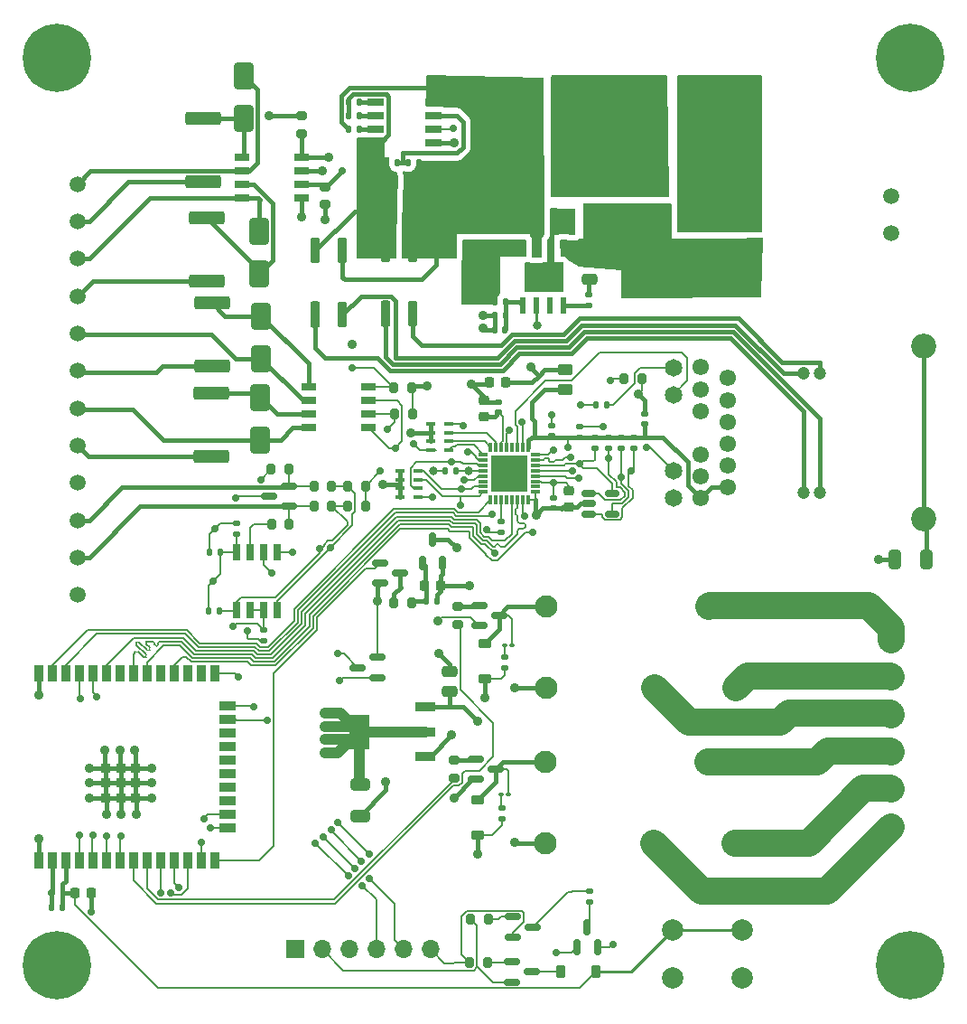
<source format=gbr>
G04 #@! TF.GenerationSoftware,KiCad,Pcbnew,7.0.8*
G04 #@! TF.CreationDate,2023-11-27T13:48:00+01:00*
G04 #@! TF.ProjectId,ESP32-POE-Wiegand-Relay-REV-A,45535033-322d-4504-9f45-2d5769656761,rev?*
G04 #@! TF.SameCoordinates,Original*
G04 #@! TF.FileFunction,Copper,L1,Top*
G04 #@! TF.FilePolarity,Positive*
%FSLAX46Y46*%
G04 Gerber Fmt 4.6, Leading zero omitted, Abs format (unit mm)*
G04 Created by KiCad (PCBNEW 7.0.8) date 2023-11-27 13:48:00*
%MOMM*%
%LPD*%
G01*
G04 APERTURE LIST*
G04 Aperture macros list*
%AMRoundRect*
0 Rectangle with rounded corners*
0 $1 Rounding radius*
0 $2 $3 $4 $5 $6 $7 $8 $9 X,Y pos of 4 corners*
0 Add a 4 corners polygon primitive as box body*
4,1,4,$2,$3,$4,$5,$6,$7,$8,$9,$2,$3,0*
0 Add four circle primitives for the rounded corners*
1,1,$1+$1,$2,$3*
1,1,$1+$1,$4,$5*
1,1,$1+$1,$6,$7*
1,1,$1+$1,$8,$9*
0 Add four rect primitives between the rounded corners*
20,1,$1+$1,$2,$3,$4,$5,0*
20,1,$1+$1,$4,$5,$6,$7,0*
20,1,$1+$1,$6,$7,$8,$9,0*
20,1,$1+$1,$8,$9,$2,$3,0*%
G04 Aperture macros list end*
G04 #@! TA.AperFunction,SMDPad,CuDef*
%ADD10RoundRect,0.250000X1.425000X-0.362500X1.425000X0.362500X-1.425000X0.362500X-1.425000X-0.362500X0*%
G04 #@! TD*
G04 #@! TA.AperFunction,SMDPad,CuDef*
%ADD11RoundRect,0.250000X-0.650000X1.000000X-0.650000X-1.000000X0.650000X-1.000000X0.650000X1.000000X0*%
G04 #@! TD*
G04 #@! TA.AperFunction,SMDPad,CuDef*
%ADD12RoundRect,0.225000X-0.225000X1.025000X-0.225000X-1.025000X0.225000X-1.025000X0.225000X1.025000X0*%
G04 #@! TD*
G04 #@! TA.AperFunction,SMDPad,CuDef*
%ADD13RoundRect,0.225000X-0.225000X0.975000X-0.225000X-0.975000X0.225000X-0.975000X0.225000X0.975000X0*%
G04 #@! TD*
G04 #@! TA.AperFunction,SMDPad,CuDef*
%ADD14R,2.790000X2.920000*%
G04 #@! TD*
G04 #@! TA.AperFunction,ComponentPad*
%ADD15C,1.500000*%
G04 #@! TD*
G04 #@! TA.AperFunction,SMDPad,CuDef*
%ADD16RoundRect,0.250000X0.650000X-1.000000X0.650000X1.000000X-0.650000X1.000000X-0.650000X-1.000000X0*%
G04 #@! TD*
G04 #@! TA.AperFunction,ComponentPad*
%ADD17C,2.000000*%
G04 #@! TD*
G04 #@! TA.AperFunction,SMDPad,CuDef*
%ADD18R,0.900000X0.400000*%
G04 #@! TD*
G04 #@! TA.AperFunction,SMDPad,CuDef*
%ADD19R,3.400000X3.400000*%
G04 #@! TD*
G04 #@! TA.AperFunction,SMDPad,CuDef*
%ADD20R,0.850000X0.300000*%
G04 #@! TD*
G04 #@! TA.AperFunction,SMDPad,CuDef*
%ADD21R,0.300000X0.850000*%
G04 #@! TD*
G04 #@! TA.AperFunction,SMDPad,CuDef*
%ADD22RoundRect,0.200000X-0.200000X-0.275000X0.200000X-0.275000X0.200000X0.275000X-0.200000X0.275000X0*%
G04 #@! TD*
G04 #@! TA.AperFunction,SMDPad,CuDef*
%ADD23RoundRect,0.150000X-0.587500X-0.150000X0.587500X-0.150000X0.587500X0.150000X-0.587500X0.150000X0*%
G04 #@! TD*
G04 #@! TA.AperFunction,SMDPad,CuDef*
%ADD24RoundRect,0.150000X0.150000X-0.587500X0.150000X0.587500X-0.150000X0.587500X-0.150000X-0.587500X0*%
G04 #@! TD*
G04 #@! TA.AperFunction,SMDPad,CuDef*
%ADD25RoundRect,0.250000X-0.362500X-1.425000X0.362500X-1.425000X0.362500X1.425000X-0.362500X1.425000X0*%
G04 #@! TD*
G04 #@! TA.AperFunction,SMDPad,CuDef*
%ADD26RoundRect,0.250000X-1.000000X-0.650000X1.000000X-0.650000X1.000000X0.650000X-1.000000X0.650000X0*%
G04 #@! TD*
G04 #@! TA.AperFunction,SMDPad,CuDef*
%ADD27R,1.850000X3.200000*%
G04 #@! TD*
G04 #@! TA.AperFunction,SMDPad,CuDef*
%ADD28R,1.850000X0.900000*%
G04 #@! TD*
G04 #@! TA.AperFunction,ComponentPad*
%ADD29O,1.700000X1.700000*%
G04 #@! TD*
G04 #@! TA.AperFunction,ComponentPad*
%ADD30R,1.700000X1.700000*%
G04 #@! TD*
G04 #@! TA.AperFunction,SMDPad,CuDef*
%ADD31RoundRect,0.250000X1.400000X1.000000X-1.400000X1.000000X-1.400000X-1.000000X1.400000X-1.000000X0*%
G04 #@! TD*
G04 #@! TA.AperFunction,SMDPad,CuDef*
%ADD32R,1.528000X0.650000*%
G04 #@! TD*
G04 #@! TA.AperFunction,SMDPad,CuDef*
%ADD33RoundRect,0.135000X-0.185000X0.135000X-0.185000X-0.135000X0.185000X-0.135000X0.185000X0.135000X0*%
G04 #@! TD*
G04 #@! TA.AperFunction,SMDPad,CuDef*
%ADD34RoundRect,0.225000X-0.250000X0.225000X-0.250000X-0.225000X0.250000X-0.225000X0.250000X0.225000X0*%
G04 #@! TD*
G04 #@! TA.AperFunction,SMDPad,CuDef*
%ADD35RoundRect,0.100000X0.130000X0.100000X-0.130000X0.100000X-0.130000X-0.100000X0.130000X-0.100000X0*%
G04 #@! TD*
G04 #@! TA.AperFunction,SMDPad,CuDef*
%ADD36RoundRect,0.225000X0.375000X-0.225000X0.375000X0.225000X-0.375000X0.225000X-0.375000X-0.225000X0*%
G04 #@! TD*
G04 #@! TA.AperFunction,SMDPad,CuDef*
%ADD37RoundRect,0.135000X0.185000X-0.135000X0.185000X0.135000X-0.185000X0.135000X-0.185000X-0.135000X0*%
G04 #@! TD*
G04 #@! TA.AperFunction,SMDPad,CuDef*
%ADD38RoundRect,0.135000X-0.135000X-0.185000X0.135000X-0.185000X0.135000X0.185000X-0.135000X0.185000X0*%
G04 #@! TD*
G04 #@! TA.AperFunction,ComponentPad*
%ADD39C,1.600000*%
G04 #@! TD*
G04 #@! TA.AperFunction,ComponentPad*
%ADD40R,1.600000X1.600000*%
G04 #@! TD*
G04 #@! TA.AperFunction,SMDPad,CuDef*
%ADD41RoundRect,0.150000X0.150000X-0.512500X0.150000X0.512500X-0.150000X0.512500X-0.150000X-0.512500X0*%
G04 #@! TD*
G04 #@! TA.AperFunction,SMDPad,CuDef*
%ADD42RoundRect,0.200000X0.200000X0.275000X-0.200000X0.275000X-0.200000X-0.275000X0.200000X-0.275000X0*%
G04 #@! TD*
G04 #@! TA.AperFunction,SMDPad,CuDef*
%ADD43RoundRect,0.250000X-0.650000X0.325000X-0.650000X-0.325000X0.650000X-0.325000X0.650000X0.325000X0*%
G04 #@! TD*
G04 #@! TA.AperFunction,ComponentPad*
%ADD44C,6.400000*%
G04 #@! TD*
G04 #@! TA.AperFunction,SMDPad,CuDef*
%ADD45RoundRect,0.140000X0.170000X-0.140000X0.170000X0.140000X-0.170000X0.140000X-0.170000X-0.140000X0*%
G04 #@! TD*
G04 #@! TA.AperFunction,SMDPad,CuDef*
%ADD46RoundRect,0.250000X-0.475000X0.250000X-0.475000X-0.250000X0.475000X-0.250000X0.475000X0.250000X0*%
G04 #@! TD*
G04 #@! TA.AperFunction,SMDPad,CuDef*
%ADD47R,0.900000X0.900000*%
G04 #@! TD*
G04 #@! TA.AperFunction,SMDPad,CuDef*
%ADD48R,0.900000X1.500000*%
G04 #@! TD*
G04 #@! TA.AperFunction,SMDPad,CuDef*
%ADD49R,1.500000X0.900000*%
G04 #@! TD*
G04 #@! TA.AperFunction,SMDPad,CuDef*
%ADD50RoundRect,0.250000X-0.450000X0.262500X-0.450000X-0.262500X0.450000X-0.262500X0.450000X0.262500X0*%
G04 #@! TD*
G04 #@! TA.AperFunction,SMDPad,CuDef*
%ADD51RoundRect,0.140000X0.140000X0.170000X-0.140000X0.170000X-0.140000X-0.170000X0.140000X-0.170000X0*%
G04 #@! TD*
G04 #@! TA.AperFunction,SMDPad,CuDef*
%ADD52RoundRect,0.135000X0.135000X0.185000X-0.135000X0.185000X-0.135000X-0.185000X0.135000X-0.185000X0*%
G04 #@! TD*
G04 #@! TA.AperFunction,SMDPad,CuDef*
%ADD53R,1.450000X0.700000*%
G04 #@! TD*
G04 #@! TA.AperFunction,SMDPad,CuDef*
%ADD54RoundRect,0.150000X-0.512500X-0.150000X0.512500X-0.150000X0.512500X0.150000X-0.512500X0.150000X0*%
G04 #@! TD*
G04 #@! TA.AperFunction,ComponentPad*
%ADD55C,1.550000*%
G04 #@! TD*
G04 #@! TA.AperFunction,ComponentPad*
%ADD56C,1.200000*%
G04 #@! TD*
G04 #@! TA.AperFunction,ComponentPad*
%ADD57C,1.650000*%
G04 #@! TD*
G04 #@! TA.AperFunction,ComponentPad*
%ADD58C,2.355000*%
G04 #@! TD*
G04 #@! TA.AperFunction,ComponentPad*
%ADD59C,2.100000*%
G04 #@! TD*
G04 #@! TA.AperFunction,SMDPad,CuDef*
%ADD60RoundRect,0.225000X0.225000X0.250000X-0.225000X0.250000X-0.225000X-0.250000X0.225000X-0.250000X0*%
G04 #@! TD*
G04 #@! TA.AperFunction,SMDPad,CuDef*
%ADD61R,0.650000X1.528000*%
G04 #@! TD*
G04 #@! TA.AperFunction,SMDPad,CuDef*
%ADD62R,3.510000X2.620000*%
G04 #@! TD*
G04 #@! TA.AperFunction,ComponentPad*
%ADD63C,2.250000*%
G04 #@! TD*
G04 #@! TA.AperFunction,SMDPad,CuDef*
%ADD64R,0.600000X1.600000*%
G04 #@! TD*
G04 #@! TA.AperFunction,SMDPad,CuDef*
%ADD65RoundRect,0.150000X0.587500X0.150000X-0.587500X0.150000X-0.587500X-0.150000X0.587500X-0.150000X0*%
G04 #@! TD*
G04 #@! TA.AperFunction,SMDPad,CuDef*
%ADD66RoundRect,0.140000X-0.170000X0.140000X-0.170000X-0.140000X0.170000X-0.140000X0.170000X0.140000X0*%
G04 #@! TD*
G04 #@! TA.AperFunction,SMDPad,CuDef*
%ADD67RoundRect,0.225000X-0.225000X-0.375000X0.225000X-0.375000X0.225000X0.375000X-0.225000X0.375000X0*%
G04 #@! TD*
G04 #@! TA.AperFunction,SMDPad,CuDef*
%ADD68RoundRect,0.200000X0.275000X-0.200000X0.275000X0.200000X-0.275000X0.200000X-0.275000X-0.200000X0*%
G04 #@! TD*
G04 #@! TA.AperFunction,SMDPad,CuDef*
%ADD69RoundRect,0.200000X-0.275000X0.200000X-0.275000X-0.200000X0.275000X-0.200000X0.275000X0.200000X0*%
G04 #@! TD*
G04 #@! TA.AperFunction,SMDPad,CuDef*
%ADD70RoundRect,0.250000X0.312500X0.625000X-0.312500X0.625000X-0.312500X-0.625000X0.312500X-0.625000X0*%
G04 #@! TD*
G04 #@! TA.AperFunction,SMDPad,CuDef*
%ADD71RoundRect,0.140000X-0.140000X-0.170000X0.140000X-0.170000X0.140000X0.170000X-0.140000X0.170000X0*%
G04 #@! TD*
G04 #@! TA.AperFunction,SMDPad,CuDef*
%ADD72RoundRect,0.250000X-0.325000X-0.650000X0.325000X-0.650000X0.325000X0.650000X-0.325000X0.650000X0*%
G04 #@! TD*
G04 #@! TA.AperFunction,SMDPad,CuDef*
%ADD73RoundRect,0.225000X0.250000X-0.225000X0.250000X0.225000X-0.250000X0.225000X-0.250000X-0.225000X0*%
G04 #@! TD*
G04 #@! TA.AperFunction,SMDPad,CuDef*
%ADD74RoundRect,0.250000X0.250000X0.475000X-0.250000X0.475000X-0.250000X-0.475000X0.250000X-0.475000X0*%
G04 #@! TD*
G04 #@! TA.AperFunction,SMDPad,CuDef*
%ADD75RoundRect,0.250000X0.475000X-0.250000X0.475000X0.250000X-0.475000X0.250000X-0.475000X-0.250000X0*%
G04 #@! TD*
G04 #@! TA.AperFunction,ViaPad*
%ADD76C,0.700000*%
G04 #@! TD*
G04 #@! TA.AperFunction,ViaPad*
%ADD77C,0.900000*%
G04 #@! TD*
G04 #@! TA.AperFunction,ViaPad*
%ADD78C,0.800000*%
G04 #@! TD*
G04 #@! TA.AperFunction,Conductor*
%ADD79C,0.150000*%
G04 #@! TD*
G04 #@! TA.AperFunction,Conductor*
%ADD80C,0.400000*%
G04 #@! TD*
G04 #@! TA.AperFunction,Conductor*
%ADD81C,2.500000*%
G04 #@! TD*
G04 #@! TA.AperFunction,Conductor*
%ADD82C,1.000000*%
G04 #@! TD*
G04 #@! TA.AperFunction,Conductor*
%ADD83C,0.250000*%
G04 #@! TD*
G04 #@! TA.AperFunction,Conductor*
%ADD84C,0.300000*%
G04 #@! TD*
G04 APERTURE END LIST*
D10*
X196450000Y-55387500D03*
X196450000Y-61312500D03*
D11*
X201050000Y-59800000D03*
X201050000Y-55800000D03*
D12*
X206230000Y-48050000D03*
D13*
X208770000Y-48050000D03*
X208770000Y-42050000D03*
X206230000Y-42050000D03*
X212780000Y-41950000D03*
X215320000Y-41950000D03*
X215320000Y-47950000D03*
D12*
X212780000Y-47950000D03*
D14*
X245000000Y-44590000D03*
X245000000Y-34300000D03*
D15*
X183900000Y-74300000D03*
X183900000Y-70800000D03*
X183900000Y-67300000D03*
X183900000Y-63800000D03*
X183900000Y-60300000D03*
X183900000Y-56800000D03*
X183900000Y-53300000D03*
X183900000Y-49800000D03*
X183900000Y-46300000D03*
X183900000Y-42800000D03*
X183900000Y-39300000D03*
X183900000Y-35800000D03*
D16*
X199500000Y-25650000D03*
X199500000Y-29650000D03*
D17*
X239700000Y-110200000D03*
X246200000Y-110200000D03*
X239700000Y-105700000D03*
X246200000Y-105700000D03*
D16*
X200950000Y-40250000D03*
X200950000Y-44250000D03*
D11*
X201150000Y-48150000D03*
X201150000Y-52150000D03*
D18*
X214150000Y-65100000D03*
X214150000Y-64300000D03*
X214150000Y-63500000D03*
X214150000Y-62700000D03*
X215850000Y-62700000D03*
X215850000Y-63500000D03*
X215850000Y-64300000D03*
X215850000Y-65100000D03*
D19*
X224400000Y-62900000D03*
D20*
X226850000Y-61150000D03*
X226850000Y-61650000D03*
X226850000Y-62150000D03*
X226850000Y-62650000D03*
X226850000Y-63150000D03*
X226850000Y-63650000D03*
X226850000Y-64150000D03*
X226850000Y-64650000D03*
D21*
X226150000Y-65350000D03*
X225650000Y-65350000D03*
X225150000Y-65350000D03*
X224650000Y-65350000D03*
X224150000Y-65350000D03*
X223650000Y-65350000D03*
X223150000Y-65350000D03*
X222650000Y-65350000D03*
D20*
X221950000Y-64650000D03*
X221950000Y-64150000D03*
X221950000Y-63650000D03*
X221950000Y-63150000D03*
X221950000Y-62650000D03*
X221950000Y-62150000D03*
X221950000Y-61650000D03*
X221950000Y-61150000D03*
D21*
X222650000Y-60450000D03*
X223150000Y-60450000D03*
X223650000Y-60450000D03*
X224150000Y-60450000D03*
X224650000Y-60450000D03*
X225150000Y-60450000D03*
X225650000Y-60450000D03*
X226150000Y-60450000D03*
D22*
X215225000Y-75000000D03*
X213575000Y-75000000D03*
D10*
X196500000Y-46937500D03*
X196500000Y-52862500D03*
D23*
X223437500Y-76200000D03*
X221562500Y-77150000D03*
X221562500Y-75250000D03*
D24*
X231700000Y-105400000D03*
X232650000Y-107275000D03*
X230750000Y-107275000D03*
D25*
X231072500Y-28900000D03*
X225147500Y-28900000D03*
D26*
X216300000Y-38400000D03*
X212300000Y-38400000D03*
D27*
X210300000Y-87100000D03*
D28*
X216500000Y-84800000D03*
X216500000Y-87100000D03*
X216500000Y-89400000D03*
D29*
X217020000Y-107500000D03*
X214480000Y-107500000D03*
X211940000Y-107500000D03*
X209400000Y-107500000D03*
X206860000Y-107500000D03*
D30*
X204320000Y-107500000D03*
D31*
X235200000Y-33300000D03*
X235200000Y-40100000D03*
D32*
X217311000Y-28095000D03*
X217311000Y-29365000D03*
X217311000Y-30635000D03*
X217311000Y-31905000D03*
X211889000Y-31905000D03*
X211889000Y-30635000D03*
X211889000Y-29365000D03*
X211889000Y-28095000D03*
D33*
X223600000Y-68410000D03*
X223600000Y-67390000D03*
D34*
X230000000Y-66075000D03*
X230000000Y-64525000D03*
D35*
X224290000Y-93000000D03*
X223650000Y-93000000D03*
D36*
X221400000Y-93500000D03*
X221400000Y-96800000D03*
D37*
X234900000Y-59500000D03*
X234900000Y-60520000D03*
D15*
X260200000Y-36900000D03*
X260200000Y-40400000D03*
D38*
X197210000Y-75800000D03*
X196190000Y-75800000D03*
D23*
X223100000Y-90600000D03*
X221225000Y-91550000D03*
X221225000Y-89650000D03*
D33*
X231000000Y-59510000D03*
X231000000Y-58490000D03*
D39*
X238252651Y-27300000D03*
D40*
X241752651Y-27300000D03*
D22*
X215325000Y-57367500D03*
X213675000Y-57367500D03*
D41*
X217200000Y-69062500D03*
X218150000Y-71337500D03*
X216250000Y-71337500D03*
D42*
X209250000Y-66000000D03*
X210900000Y-66000000D03*
D43*
X210400000Y-94975000D03*
X210400000Y-92025000D03*
D44*
X182000000Y-109000000D03*
D45*
X223400000Y-56220000D03*
X223400000Y-57180000D03*
D33*
X201400000Y-78610000D03*
X201400000Y-77590000D03*
D46*
X231910000Y-44750000D03*
X231910000Y-42850000D03*
D42*
X209250000Y-64100000D03*
X210900000Y-64100000D03*
D44*
X262000000Y-109000000D03*
D47*
X187960000Y-91905000D03*
X186560000Y-91905000D03*
X186560000Y-90505000D03*
X187960000Y-90505000D03*
X189360000Y-90505000D03*
X189360000Y-91905000D03*
X189360000Y-93305000D03*
X187960000Y-93305000D03*
X186560000Y-93305000D03*
D48*
X180240000Y-81655000D03*
X181510000Y-81655000D03*
X182780000Y-81655000D03*
X184050000Y-81655000D03*
X185320000Y-81655000D03*
X186590000Y-81655000D03*
X187860000Y-81655000D03*
X189130000Y-81655000D03*
X190400000Y-81655000D03*
X191670000Y-81655000D03*
X192940000Y-81655000D03*
X194210000Y-81655000D03*
X195480000Y-81655000D03*
X196750000Y-81655000D03*
D49*
X198000000Y-84690000D03*
X198000000Y-85960000D03*
X198000000Y-87230000D03*
X198000000Y-88500000D03*
X198000000Y-89770000D03*
X198000000Y-91040000D03*
X198000000Y-92310000D03*
X198000000Y-93580000D03*
X198000000Y-94850000D03*
X198000000Y-96120000D03*
D48*
X196750000Y-99155000D03*
X195480000Y-99155000D03*
X194210000Y-99155000D03*
X192940000Y-99155000D03*
X191670000Y-99155000D03*
X190400000Y-99155000D03*
X189130000Y-99155000D03*
X187860000Y-99155000D03*
X186590000Y-99155000D03*
X185320000Y-99155000D03*
X184050000Y-99155000D03*
X182780000Y-99155000D03*
X181510000Y-99155000D03*
X180240000Y-99155000D03*
D50*
X229600000Y-55012500D03*
X229600000Y-53187500D03*
D45*
X237100000Y-57320000D03*
X237100000Y-58280000D03*
D51*
X218420000Y-62700000D03*
X219380000Y-62700000D03*
D38*
X224050000Y-48130000D03*
X223030000Y-48130000D03*
D22*
X207750000Y-64100000D03*
X206100000Y-64100000D03*
D15*
X260200000Y-78500000D03*
X260200000Y-82000000D03*
X260200000Y-85500000D03*
X260200000Y-89000000D03*
X260200000Y-92500000D03*
X260200000Y-96000000D03*
D37*
X232400000Y-59500000D03*
X232400000Y-60520000D03*
D52*
X232500000Y-56500000D03*
X233520000Y-56500000D03*
D53*
X211200000Y-54830000D03*
X211200000Y-56100000D03*
X211200000Y-57370000D03*
X211200000Y-58640000D03*
X205600000Y-58640000D03*
X205600000Y-57370000D03*
X205600000Y-56100000D03*
X205600000Y-54830000D03*
D54*
X234075000Y-64800000D03*
X234075000Y-66700000D03*
X231800000Y-66700000D03*
X231800000Y-65750000D03*
X231800000Y-64800000D03*
D55*
X244860000Y-53990000D03*
X244860000Y-56030000D03*
X244860000Y-58070000D03*
X244860000Y-60110000D03*
X244860000Y-62150000D03*
X244860000Y-64190000D03*
X242320000Y-52970000D03*
X242320000Y-55010000D03*
X242320000Y-57050000D03*
X242320000Y-61130000D03*
X242320000Y-63170000D03*
X242320000Y-65210000D03*
D56*
X251970000Y-53500000D03*
X251970000Y-64680000D03*
X253500000Y-53500000D03*
X253500000Y-64680000D03*
D57*
X239780000Y-52995000D03*
X239780000Y-55535000D03*
X239780000Y-62645000D03*
X239780000Y-65185000D03*
D58*
X263270000Y-51025000D03*
X263270000Y-67155000D03*
D39*
X229327621Y-34400000D03*
D40*
X226827621Y-34400000D03*
D22*
X203737500Y-67650000D03*
X202087500Y-67650000D03*
X222425000Y-104700000D03*
X220775000Y-104700000D03*
D52*
X212880000Y-33800000D03*
X213900000Y-33800000D03*
D59*
X227800000Y-89915000D03*
X243040000Y-89915000D03*
X245580000Y-97535000D03*
X237960000Y-97535000D03*
X227800000Y-97535000D03*
D60*
X222525000Y-54400000D03*
X224075000Y-54400000D03*
D23*
X214175000Y-72250000D03*
X212300000Y-73200000D03*
X212300000Y-71300000D03*
D61*
X198795000Y-70289000D03*
X200065000Y-70289000D03*
X201335000Y-70289000D03*
X202605000Y-70289000D03*
X202605000Y-75711000D03*
X201335000Y-75711000D03*
X200065000Y-75711000D03*
X198795000Y-75711000D03*
D36*
X222100000Y-78850000D03*
X222100000Y-82150000D03*
D23*
X226537500Y-109600000D03*
X224662500Y-110550000D03*
X224662500Y-108650000D03*
D62*
X227605000Y-44500000D03*
D63*
X227605000Y-44500000D03*
D64*
X229510000Y-47200000D03*
X228240000Y-47200000D03*
X226970000Y-47200000D03*
X225700000Y-47200000D03*
X225700000Y-41800000D03*
X226970000Y-41800000D03*
X228240000Y-41800000D03*
X229510000Y-41800000D03*
D65*
X210162500Y-81100000D03*
X212037500Y-80150000D03*
X212037500Y-82050000D03*
D37*
X231900000Y-102037500D03*
X231900000Y-103057500D03*
D65*
X201875000Y-65050000D03*
X203750000Y-64100000D03*
X203750000Y-66000000D03*
D66*
X198800000Y-68580000D03*
X198800000Y-67620000D03*
D59*
X227840000Y-75380000D03*
X243080000Y-75380000D03*
X245620000Y-83000000D03*
X238000000Y-83000000D03*
X227840000Y-83000000D03*
D22*
X207750000Y-66000000D03*
X206100000Y-66000000D03*
D67*
X232550000Y-109600000D03*
X229250000Y-109600000D03*
D18*
X217050000Y-60700000D03*
X217050000Y-59900000D03*
X217050000Y-59100000D03*
X217050000Y-58300000D03*
X218750000Y-58300000D03*
X218750000Y-59100000D03*
X218750000Y-59900000D03*
X218750000Y-60700000D03*
D22*
X203725000Y-62500000D03*
X202075000Y-62500000D03*
D52*
X223010000Y-46800000D03*
X224030000Y-46800000D03*
D10*
X196050000Y-38937500D03*
X196050000Y-44862500D03*
D68*
X219600000Y-75375000D03*
X219600000Y-77025000D03*
D37*
X233700000Y-59500000D03*
X233700000Y-60520000D03*
D66*
X228500000Y-66180000D03*
X228500000Y-65220000D03*
D53*
X204900000Y-33295000D03*
X204900000Y-34565000D03*
X204900000Y-35835000D03*
X204900000Y-37105000D03*
X199300000Y-37105000D03*
X199300000Y-35835000D03*
X199300000Y-34565000D03*
X199300000Y-33295000D03*
D38*
X210331000Y-28095000D03*
X209311000Y-28095000D03*
D35*
X224620000Y-79000000D03*
X223980000Y-79000000D03*
D69*
X207100000Y-37725000D03*
X207100000Y-36075000D03*
D33*
X223700000Y-95300000D03*
X223700000Y-94280000D03*
D38*
X210321000Y-30635000D03*
X209301000Y-30635000D03*
D70*
X227085000Y-39000000D03*
X230010000Y-39000000D03*
D33*
X224000000Y-81110000D03*
X224000000Y-80090000D03*
D52*
X216590000Y-74900000D03*
X217610000Y-74900000D03*
D44*
X262000000Y-24000000D03*
D71*
X223990000Y-49450000D03*
X223030000Y-49450000D03*
D22*
X215225000Y-54867500D03*
X213575000Y-54867500D03*
D52*
X214900000Y-33800000D03*
X215920000Y-33800000D03*
D68*
X219200000Y-89800000D03*
X219200000Y-91450000D03*
D22*
X236825000Y-54000000D03*
X235175000Y-54000000D03*
D60*
X216425000Y-73400000D03*
X217975000Y-73400000D03*
D22*
X222325000Y-108700000D03*
X220675000Y-108700000D03*
D44*
X182000000Y-24000000D03*
D72*
X263500000Y-71000000D03*
X260550000Y-71000000D03*
D45*
X228400000Y-58420000D03*
X228400000Y-59380000D03*
D73*
X222000000Y-56025000D03*
X222000000Y-57575000D03*
D74*
X213500000Y-35600000D03*
X215400000Y-35600000D03*
D71*
X197280000Y-70300000D03*
X196320000Y-70300000D03*
D38*
X182510000Y-103600000D03*
X181490000Y-103600000D03*
D60*
X183625000Y-102200000D03*
X185175000Y-102200000D03*
D75*
X218800000Y-81450000D03*
X218800000Y-83350000D03*
D10*
X195700000Y-29687500D03*
X195700000Y-35612500D03*
D68*
X204900000Y-29400000D03*
X204900000Y-31050000D03*
D23*
X226600000Y-105400000D03*
X224725000Y-106350000D03*
X224725000Y-104450000D03*
D37*
X231810000Y-46190000D03*
X231810000Y-47210000D03*
D38*
X210321000Y-29365000D03*
X209301000Y-29365000D03*
D37*
X236100000Y-59510000D03*
X236100000Y-60530000D03*
D76*
X235840000Y-62700000D03*
X210631018Y-101531018D03*
X209900000Y-99900000D03*
D77*
X207150000Y-89100000D03*
X207150000Y-87850000D03*
X207150000Y-86600000D03*
X216700000Y-54700000D03*
X209700000Y-50800000D03*
D78*
X217300000Y-62700000D03*
D77*
X233000000Y-30800000D03*
D76*
X231100000Y-56500000D03*
D77*
X219200000Y-93300000D03*
X188005000Y-94872500D03*
X189295000Y-88827500D03*
D76*
X185200000Y-104000000D03*
D77*
X233000000Y-29700000D03*
X234100000Y-27500000D03*
X219200000Y-31900000D03*
X226900000Y-66800000D03*
X185027500Y-93305000D03*
X219000000Y-87400000D03*
D76*
X228400000Y-57400000D03*
D77*
X190900000Y-91900000D03*
X212000000Y-74900000D03*
X190900000Y-93300000D03*
D76*
X213700000Y-60567500D03*
D77*
X187895000Y-88827500D03*
X234100000Y-30800000D03*
X186495000Y-88827500D03*
D76*
X196800000Y-68100000D03*
X204100000Y-70300000D03*
D77*
X217700000Y-76700000D03*
X234100000Y-29700000D03*
X217800000Y-79800000D03*
X220800000Y-54500000D03*
X233000000Y-28600000D03*
X190900000Y-90500000D03*
X180300000Y-97100000D03*
X186605000Y-94872500D03*
X215200000Y-59100000D03*
X234100000Y-28600000D03*
D76*
X199800000Y-77624500D03*
X196400000Y-96100000D03*
X212300000Y-62700000D03*
D77*
X189405000Y-94872500D03*
X224400000Y-63000000D03*
X259000000Y-71000000D03*
X212800000Y-91800000D03*
X233000000Y-27500000D03*
X180300000Y-83700000D03*
X185027500Y-91905000D03*
X223000000Y-45390000D03*
X206900000Y-34600000D03*
X236500000Y-55500000D03*
X204900000Y-38900000D03*
D76*
X198700000Y-65200000D03*
D77*
X185027500Y-90505000D03*
X207150000Y-85350000D03*
X220700000Y-73400000D03*
D76*
X181500000Y-102200000D03*
D77*
X207100000Y-39100000D03*
D76*
X196600000Y-73000000D03*
D77*
X201900000Y-29400000D03*
D76*
X219000000Y-61800000D03*
X191700000Y-102200000D03*
X225800000Y-66900000D03*
X222800000Y-66700000D03*
X193378158Y-101722548D03*
X220490000Y-60874500D03*
X217200000Y-65100000D03*
X192600000Y-102200000D03*
X219900000Y-64400000D03*
X223000000Y-70400000D03*
X219800000Y-65900000D03*
X230970000Y-62025000D03*
X233700000Y-61500000D03*
X230186062Y-61400500D03*
X234900000Y-63300000D03*
X230911292Y-63309869D03*
X230300000Y-62650000D03*
X228500000Y-60700000D03*
X233900000Y-54200000D03*
X208300000Y-95600000D03*
X234100000Y-107000000D03*
X211233411Y-98533411D03*
X199000000Y-82000000D03*
D78*
X227000000Y-49000000D03*
D76*
X219100000Y-30600000D03*
X224424500Y-58900000D03*
X226600000Y-68400000D03*
X229900000Y-60500000D03*
X228500000Y-63774500D03*
D77*
X244990000Y-29900000D03*
X222100000Y-83900000D03*
X247200000Y-28800000D03*
X246100000Y-27700000D03*
X246100000Y-29900000D03*
X221400000Y-98600000D03*
X246100000Y-28800000D03*
X224900000Y-83000000D03*
X221900000Y-48100000D03*
X221400000Y-86100000D03*
X244990000Y-27700000D03*
X247200000Y-29900000D03*
X221900000Y-49300000D03*
X224900000Y-97500000D03*
X244990000Y-28800000D03*
X247200000Y-27700000D03*
D76*
X200426000Y-84800000D03*
X207700000Y-96300000D03*
X228800000Y-107800000D03*
X210533411Y-99233411D03*
X209700000Y-53000000D03*
X187950000Y-96897500D03*
X186650000Y-96897500D03*
X213000000Y-58800000D03*
D77*
X207500000Y-33300000D03*
D76*
X185350000Y-96797500D03*
X184100000Y-96800000D03*
X208700000Y-34600000D03*
X195775000Y-95225000D03*
X206650353Y-69950353D03*
X208500000Y-82300000D03*
X198500500Y-77200000D03*
X201675500Y-86000000D03*
X195500000Y-97500000D03*
X207641942Y-69841942D03*
X202100000Y-72200000D03*
X201100000Y-63475500D03*
X206940000Y-96980000D03*
X185700000Y-83800000D03*
X184200000Y-84000000D03*
X206220000Y-97520000D03*
X211289429Y-100872607D03*
X209300000Y-100600000D03*
X237300000Y-60500000D03*
X233200000Y-58500000D03*
X225600000Y-58100000D03*
X208300000Y-79800000D03*
X220131844Y-63525500D03*
X220100000Y-58475500D03*
D77*
X212500000Y-63900000D03*
D76*
X222300000Y-68200000D03*
X215400000Y-60100000D03*
D78*
X220600994Y-62674500D03*
D77*
X226400000Y-52900000D03*
X219500000Y-69900000D03*
D79*
X231215000Y-61780000D02*
X230970000Y-62025000D01*
X232400000Y-61660000D02*
X232280000Y-61780000D01*
X232400000Y-60520000D02*
X232400000Y-61660000D01*
X232280000Y-61780000D02*
X231215000Y-61780000D01*
X231365000Y-62420000D02*
X230970000Y-62025000D01*
X232641142Y-62420000D02*
X231365000Y-62420000D01*
X234075000Y-64800000D02*
X234075000Y-63853858D01*
X234075000Y-63853858D02*
X232641142Y-62420000D01*
X215850000Y-65100000D02*
X217200000Y-65100000D01*
X215711090Y-61800000D02*
X219000000Y-61800000D01*
X233700000Y-62983884D02*
X233700000Y-61500000D01*
X233700000Y-60520000D02*
X233700000Y-61500000D01*
X234900000Y-63875000D02*
X234900000Y-63300000D01*
X234900000Y-60520000D02*
X234900000Y-63300000D01*
X236100000Y-62440000D02*
X235840000Y-62700000D01*
X236100000Y-60530000D02*
X236100000Y-62440000D01*
X235600000Y-62940000D02*
X235840000Y-62700000D01*
X235600000Y-64071510D02*
X235600000Y-62940000D01*
X235950000Y-64421510D02*
X235600000Y-64071510D01*
X235950000Y-65239948D02*
X235950000Y-64421510D01*
X235012500Y-66177448D02*
X235950000Y-65239948D01*
X235012500Y-67026042D02*
X235012500Y-66177448D01*
X233137500Y-67026042D02*
X233386458Y-67275000D01*
X233137500Y-66700000D02*
X233137500Y-67026042D01*
X233386458Y-67275000D02*
X234763542Y-67275000D01*
X231800000Y-66700000D02*
X233137500Y-66700000D01*
X234763542Y-67275000D02*
X235012500Y-67026042D01*
X229550000Y-62150000D02*
X226850000Y-62150000D01*
X229675000Y-62025000D02*
X229550000Y-62150000D01*
X230970000Y-62025000D02*
X229675000Y-62025000D01*
X229663410Y-61400500D02*
X230186062Y-61400500D01*
X229413910Y-61650000D02*
X229663410Y-61400500D01*
X229070000Y-61650000D02*
X229413910Y-61650000D01*
X228720000Y-61650000D02*
X229070000Y-61650000D01*
X228220000Y-61800000D02*
X228570000Y-61800000D01*
X228570000Y-61800000D02*
G75*
G03*
X228645000Y-61725000I0J75000D01*
G01*
X228145000Y-61575000D02*
X228145000Y-61650000D01*
X228145000Y-61725000D02*
G75*
G03*
X228220000Y-61800000I75000J0D01*
G01*
X228145000Y-61575000D02*
G75*
G03*
X228070000Y-61500000I-75000J0D01*
G01*
X226850000Y-61650000D02*
X227570000Y-61650000D01*
X228145000Y-61650000D02*
X228145000Y-61725000D01*
X227720000Y-61500000D02*
X228070000Y-61500000D01*
X227720000Y-61500000D02*
G75*
G03*
X227645000Y-61575000I0J-75000D01*
G01*
X228720000Y-61650000D02*
G75*
G03*
X228645000Y-61725000I0J-75000D01*
G01*
X227570000Y-61650000D02*
G75*
G03*
X227645000Y-61575000I0J75000D01*
G01*
X225650000Y-66750000D02*
X225650000Y-65350000D01*
X225800000Y-66900000D02*
X225650000Y-66750000D01*
X225150000Y-66109586D02*
X225150000Y-65350000D01*
X225000000Y-66440000D02*
X225000000Y-66280000D01*
X225000000Y-66730000D02*
X225000000Y-66440000D01*
X225150000Y-67330000D02*
X225150000Y-66880000D01*
X225700000Y-67580000D02*
X225400000Y-67580000D01*
X225150000Y-68554800D02*
X225150000Y-68330000D01*
X223954800Y-69750000D02*
X225150000Y-68554800D01*
X223590000Y-69750000D02*
X223954800Y-69750000D01*
X222269974Y-69175000D02*
X222844974Y-69750000D01*
X221896142Y-69175000D02*
X222269974Y-69175000D01*
X221325000Y-68603858D02*
X221896142Y-69175000D01*
X221325000Y-67719974D02*
X221325000Y-68603858D01*
X213971509Y-67300000D02*
X218831194Y-67300000D01*
X205251958Y-76019551D02*
X213971509Y-67300000D01*
X200255252Y-79850000D02*
X200610252Y-80205000D01*
X218831194Y-67300000D02*
X219106194Y-67575000D01*
X194844974Y-79850000D02*
X200255252Y-79850000D01*
X193644974Y-78650000D02*
X194844974Y-79850000D01*
X191469974Y-78925000D02*
X191469974Y-78825000D01*
X205251958Y-77142790D02*
X205251958Y-76019551D01*
X190544974Y-78650000D02*
X190944974Y-78650000D01*
X190668199Y-79215687D02*
X190350000Y-78897488D01*
X190420712Y-79463174D02*
X190420712Y-79463175D01*
X190314645Y-80099570D02*
X190314645Y-80099569D01*
X189607540Y-79639950D02*
X190067159Y-80099569D01*
X189130000Y-79870000D02*
X189360052Y-79639950D01*
X225400000Y-68080000D02*
X225700000Y-68080000D01*
X189430761Y-78720710D02*
X189430760Y-78720710D01*
X225075000Y-66205000D02*
G75*
G03*
X225000000Y-66280000I0J-75000D01*
G01*
X225000000Y-66730000D02*
G75*
G03*
X225075000Y-66805000I75000J0D01*
G01*
X190314646Y-79852082D02*
X189430761Y-78968197D01*
X225150000Y-66880000D02*
G75*
G03*
X225075000Y-66805000I-75000J0D01*
G01*
X191119974Y-78825000D02*
X191119974Y-78925000D01*
X225150000Y-67330000D02*
G75*
G03*
X225400000Y-67580000I250000J0D01*
G01*
X225150000Y-66130000D02*
X225150000Y-66109586D01*
X189678248Y-78720710D02*
X190420712Y-79463174D01*
X225950000Y-67830000D02*
G75*
G03*
X225700000Y-67580000I-250000J0D01*
G01*
X225700000Y-68080000D02*
G75*
G03*
X225950000Y-67830000I0J250000D01*
G01*
X191644974Y-78650000D02*
X193644974Y-78650000D01*
X189130000Y-81655000D02*
X189130000Y-79870000D01*
X225400000Y-68080000D02*
G75*
G03*
X225150000Y-68330000I0J-250000D01*
G01*
X200610252Y-80205000D02*
X202189748Y-80205000D01*
X223490000Y-69650000D02*
G75*
G03*
X223590000Y-69750000I100000J0D01*
G01*
X190350000Y-78650000D02*
X190544974Y-78650000D01*
X223490000Y-69650000D02*
G75*
G03*
X223390000Y-69550000I-100000J0D01*
G01*
X225075000Y-66205000D02*
G75*
G03*
X225150000Y-66130000I0J75000D01*
G01*
X223240000Y-69550000D02*
G75*
G03*
X223140000Y-69650000I0J-100000D01*
G01*
X223040000Y-69750000D02*
G75*
G03*
X223140000Y-69650000I0J100000D01*
G01*
X191644974Y-78649974D02*
G75*
G03*
X191469974Y-78825000I26J-175026D01*
G01*
X191294974Y-79099974D02*
G75*
G03*
X191469974Y-78925000I26J174974D01*
G01*
X221180026Y-67575000D02*
X221325000Y-67719974D01*
X191120000Y-78925000D02*
G75*
G03*
X191294974Y-79100000I175000J0D01*
G01*
X191120000Y-78825000D02*
G75*
G03*
X190944974Y-78650000I-175000J0D01*
G01*
X202189748Y-80205000D02*
X205251958Y-77142790D01*
X189430761Y-78968197D02*
X189430761Y-78968196D01*
X190420713Y-79463174D02*
G75*
G03*
X190668197Y-79463174I123742J123746D01*
G01*
X189678247Y-78720711D02*
G75*
G03*
X189430761Y-78720711I-123743J-123745D01*
G01*
X222844974Y-69750000D02*
X223040000Y-69750000D01*
X190668168Y-79463143D02*
G75*
G03*
X190668199Y-79215687I-123668J123743D01*
G01*
X190668198Y-79463175D02*
X190668198Y-79463174D01*
X189430809Y-78720758D02*
G75*
G03*
X189430762Y-78968195I123691J-123742D01*
G01*
X190067159Y-80099569D02*
X190067159Y-80099570D01*
X219106194Y-67575000D02*
X221180026Y-67575000D01*
X190067160Y-80099569D02*
G75*
G03*
X190314644Y-80099569I123742J123746D01*
G01*
X189607539Y-79639951D02*
G75*
G03*
X189360053Y-79639951I-123743J-123745D01*
G01*
X190314620Y-80099544D02*
G75*
G03*
X190314646Y-79852082I-123720J123744D01*
G01*
X190349956Y-78649956D02*
G75*
G03*
X190350000Y-78897488I123744J-123744D01*
G01*
X223240000Y-69550000D02*
X223390000Y-69550000D01*
X219840616Y-61800000D02*
X219000000Y-61800000D01*
X221336090Y-62000000D02*
X220040616Y-62000000D01*
X221486090Y-62150000D02*
X221336090Y-62000000D01*
X221950000Y-62150000D02*
X221486090Y-62150000D01*
X220040616Y-62000000D02*
X219840616Y-61800000D01*
X220834500Y-60874500D02*
X220490000Y-60874500D01*
X221250000Y-61413910D02*
X221250000Y-61290000D01*
X221250000Y-61290000D02*
X220834500Y-60874500D01*
X221486090Y-61650000D02*
X221250000Y-61413910D01*
X221950000Y-61650000D02*
X221486090Y-61650000D01*
X221050000Y-60250000D02*
X221950000Y-61150000D01*
X219313910Y-60375000D02*
X219438910Y-60250000D01*
X219438910Y-60250000D02*
X221050000Y-60250000D01*
X219075000Y-60375000D02*
X219313910Y-60375000D01*
X218750000Y-60700000D02*
X219075000Y-60375000D01*
X222625000Y-66875000D02*
X222800000Y-66700000D01*
X219396142Y-66875000D02*
X222625000Y-66875000D01*
X213681561Y-66600000D02*
X219121142Y-66600000D01*
X204551958Y-75729603D02*
X213681561Y-66600000D01*
X204551958Y-76852842D02*
X204551958Y-75729603D01*
X200900200Y-79505000D02*
X201899800Y-79505000D01*
X195234923Y-79150000D02*
X200545200Y-79150000D01*
X194034923Y-77950000D02*
X195234923Y-79150000D01*
X219121142Y-66600000D02*
X219396142Y-66875000D01*
X200545200Y-79150000D02*
X200900200Y-79505000D01*
X185735000Y-77950000D02*
X194034923Y-77950000D01*
X182780000Y-80905000D02*
X185735000Y-77950000D01*
X201899800Y-79505000D02*
X204551958Y-76852842D01*
X182780000Y-81655000D02*
X182780000Y-80905000D01*
X206220000Y-97520000D02*
X209300000Y-100600000D01*
X206980000Y-96980000D02*
X209900000Y-99900000D01*
X206940000Y-96980000D02*
X206980000Y-96980000D01*
X207700000Y-96400000D02*
X210533411Y-99233411D01*
X207700000Y-96300000D02*
X207700000Y-96400000D01*
X208300000Y-95600000D02*
X211233411Y-98533411D01*
X211289429Y-100872607D02*
X213600000Y-103183178D01*
X213600000Y-103183178D02*
X213600000Y-106620000D01*
X213600000Y-106620000D02*
X214480000Y-107500000D01*
X210631018Y-101531018D02*
X211940000Y-102840000D01*
X211940000Y-102840000D02*
X211940000Y-107500000D01*
D80*
X204900000Y-29400000D02*
X201900000Y-29400000D01*
X234900000Y-48400000D02*
X230957812Y-48400000D01*
X245900000Y-48400000D02*
X234900000Y-48400000D01*
X189800000Y-66000000D02*
X203750000Y-66000000D01*
X185000000Y-70800000D02*
X189800000Y-66000000D01*
X183900000Y-70800000D02*
X185000000Y-70800000D01*
X203624500Y-64225500D02*
X203750000Y-64100000D01*
X188074500Y-64225500D02*
X203624500Y-64225500D01*
X185000000Y-67300000D02*
X188074500Y-64225500D01*
X183900000Y-67300000D02*
X185000000Y-67300000D01*
X184900000Y-61300000D02*
X183900000Y-60300000D01*
X196437500Y-61300000D02*
X184900000Y-61300000D01*
X196450000Y-61312500D02*
X196437500Y-61300000D01*
X191950000Y-59800000D02*
X201050000Y-59800000D01*
X189050000Y-56900000D02*
X191950000Y-59800000D01*
X184000000Y-56900000D02*
X189050000Y-56900000D01*
X183900000Y-56800000D02*
X184000000Y-56900000D01*
X191837500Y-52862500D02*
X196500000Y-52862500D01*
X191300000Y-53400000D02*
X191837500Y-52862500D01*
X184000000Y-53400000D02*
X191300000Y-53400000D01*
X183900000Y-53300000D02*
X184000000Y-53400000D01*
X198700000Y-52150000D02*
X201150000Y-52150000D01*
X196450000Y-49900000D02*
X198700000Y-52150000D01*
X184000000Y-49900000D02*
X196450000Y-49900000D01*
X183900000Y-49800000D02*
X184000000Y-49900000D01*
X183900000Y-46300000D02*
X185337500Y-44862500D01*
X185337500Y-44862500D02*
X196050000Y-44862500D01*
X190695000Y-37105000D02*
X199300000Y-37105000D01*
X185000000Y-42800000D02*
X190695000Y-37105000D01*
X183900000Y-42800000D02*
X185000000Y-42800000D01*
X185000000Y-39300000D02*
X188687500Y-35612500D01*
X183900000Y-39300000D02*
X185000000Y-39300000D01*
X188687500Y-35612500D02*
X195700000Y-35612500D01*
X183900000Y-35800000D02*
X185135000Y-34565000D01*
X185135000Y-34565000D02*
X199300000Y-34565000D01*
D81*
X254200000Y-102000000D02*
X260200000Y-96000000D01*
X242425000Y-102000000D02*
X254200000Y-102000000D01*
X237960000Y-97535000D02*
X242425000Y-102000000D01*
X252465000Y-97535000D02*
X245580000Y-97535000D01*
X257600000Y-92400000D02*
X252465000Y-97535000D01*
X260100000Y-92400000D02*
X257600000Y-92400000D01*
X260200000Y-92500000D02*
X260100000Y-92400000D01*
X260100000Y-88900000D02*
X254300000Y-88900000D01*
X260200000Y-89000000D02*
X260100000Y-88900000D01*
X254300000Y-88900000D02*
X253285000Y-89915000D01*
X253285000Y-89915000D02*
X243040000Y-89915000D01*
X250600000Y-85400000D02*
X249800000Y-86200000D01*
X249800000Y-86200000D02*
X241200000Y-86200000D01*
X241200000Y-86200000D02*
X238000000Y-83000000D01*
X260100000Y-85400000D02*
X250600000Y-85400000D01*
X260200000Y-85500000D02*
X260100000Y-85400000D01*
X246720000Y-81900000D02*
X245620000Y-83000000D01*
X260100000Y-81900000D02*
X246720000Y-81900000D01*
X260200000Y-82000000D02*
X260100000Y-81900000D01*
X258100000Y-75300000D02*
X260200000Y-77400000D01*
X260200000Y-77400000D02*
X260200000Y-78500000D01*
X258100000Y-75300000D02*
X243160000Y-75300000D01*
X243160000Y-75300000D02*
X243080000Y-75380000D01*
D80*
X200800000Y-26950000D02*
X199500000Y-25650000D01*
X200800000Y-33790000D02*
X200800000Y-26950000D01*
X200025000Y-34565000D02*
X200800000Y-33790000D01*
X199300000Y-34565000D02*
X200025000Y-34565000D01*
X199500000Y-33095000D02*
X199300000Y-33295000D01*
X199500000Y-29650000D02*
X199500000Y-33095000D01*
X195700000Y-29687500D02*
X199462500Y-29687500D01*
X199462500Y-29687500D02*
X199500000Y-29650000D01*
X200435000Y-35835000D02*
X199300000Y-35835000D01*
X202250000Y-37650000D02*
X200435000Y-35835000D01*
X202250000Y-42950000D02*
X202250000Y-37650000D01*
X200950000Y-44250000D02*
X202250000Y-42950000D01*
X200950000Y-43837500D02*
X196050000Y-38937500D01*
X200950000Y-44250000D02*
X200950000Y-43837500D01*
X200855000Y-37105000D02*
X199300000Y-37105000D01*
X201000000Y-37250000D02*
X200855000Y-37105000D01*
X200950000Y-37300000D02*
X201000000Y-37250000D01*
X200950000Y-40250000D02*
X200950000Y-37300000D01*
X197712500Y-48150000D02*
X196500000Y-46937500D01*
X201150000Y-48150000D02*
X197712500Y-48150000D01*
X205600000Y-52600000D02*
X201150000Y-48150000D01*
X205600000Y-54830000D02*
X205600000Y-52600000D01*
X205100000Y-56100000D02*
X205600000Y-56100000D01*
X201150000Y-52150000D02*
X205100000Y-56100000D01*
X202620000Y-57370000D02*
X205600000Y-57370000D01*
X201050000Y-55800000D02*
X202620000Y-57370000D01*
X200637500Y-55387500D02*
X201050000Y-55800000D01*
X196450000Y-55387500D02*
X200637500Y-55387500D01*
X204110000Y-58640000D02*
X205600000Y-58640000D01*
X201050000Y-59800000D02*
X202950000Y-59800000D01*
X202950000Y-59800000D02*
X204110000Y-58640000D01*
X206230000Y-51180000D02*
X206230000Y-48050000D01*
X207110000Y-52060000D02*
X206230000Y-51180000D01*
X212011472Y-52060000D02*
X207110000Y-52060000D01*
X225359260Y-51700000D02*
X223799260Y-53260000D01*
X223799260Y-53260000D02*
X213211472Y-53260000D01*
X230203396Y-51700000D02*
X225359260Y-51700000D01*
X231703396Y-50200000D02*
X230203396Y-51700000D01*
X251970000Y-57067056D02*
X245102944Y-50200000D01*
X251970000Y-64680000D02*
X251970000Y-57067056D01*
X245102944Y-50200000D02*
X231703396Y-50200000D01*
X213211472Y-53260000D02*
X212011472Y-52060000D01*
X209880000Y-38400000D02*
X212300000Y-38400000D01*
X206230000Y-42050000D02*
X209880000Y-38400000D01*
X217550000Y-43400000D02*
X217550000Y-41650000D01*
X217300000Y-43650000D02*
X217550000Y-43400000D01*
X208950000Y-44750000D02*
X216200000Y-44750000D01*
X208770000Y-44570000D02*
X208950000Y-44750000D01*
X216200000Y-44750000D02*
X217300000Y-43650000D01*
X208770000Y-42050000D02*
X208770000Y-44570000D01*
X213708528Y-46744644D02*
X213263884Y-46300000D01*
X210520000Y-46300000D02*
X208770000Y-48050000D01*
X213708528Y-52060000D02*
X213708528Y-46744644D01*
X213263884Y-46300000D02*
X210520000Y-46300000D01*
X215320000Y-50020000D02*
X215320000Y-47950000D01*
X216200000Y-50900000D02*
X215320000Y-50020000D01*
X229457812Y-49900000D02*
X224613676Y-49900000D01*
X230957812Y-48400000D02*
X229457812Y-49900000D01*
X224613676Y-49900000D02*
X223613676Y-50900000D01*
X250000000Y-52500000D02*
X245900000Y-48400000D01*
X223613676Y-50900000D02*
X216200000Y-50900000D01*
X253500000Y-52500000D02*
X250000000Y-52500000D01*
X253500000Y-53500000D02*
X253500000Y-52500000D01*
X212780000Y-51980000D02*
X212780000Y-47950000D01*
X213460000Y-52660000D02*
X212780000Y-51980000D01*
X225110732Y-51100000D02*
X223550732Y-52660000D01*
X229954868Y-51100000D02*
X225110732Y-51100000D01*
X231454868Y-49600000D02*
X229954868Y-51100000D01*
X245351472Y-49600000D02*
X231454868Y-49600000D01*
X253500000Y-57748528D02*
X245351472Y-49600000D01*
X253500000Y-64680000D02*
X253500000Y-57748528D01*
X223550732Y-52660000D02*
X213460000Y-52660000D01*
D82*
X208300000Y-89100000D02*
X210300000Y-87100000D01*
X207150000Y-89100000D02*
X208300000Y-89100000D01*
X209550000Y-87850000D02*
X210300000Y-87100000D01*
X207150000Y-87850000D02*
X209550000Y-87850000D01*
X209800000Y-86600000D02*
X210300000Y-87100000D01*
X207150000Y-86600000D02*
X209800000Y-86600000D01*
X208550000Y-85350000D02*
X210300000Y-87100000D01*
X207150000Y-85350000D02*
X208550000Y-85350000D01*
D80*
X215392500Y-54700000D02*
X215225000Y-54867500D01*
X216700000Y-54700000D02*
X215392500Y-54700000D01*
D79*
X213000000Y-58800000D02*
X213675000Y-58125000D01*
X213675000Y-58125000D02*
X213675000Y-57367500D01*
X211707500Y-53000000D02*
X213575000Y-54867500D01*
X209700000Y-53000000D02*
X211707500Y-53000000D01*
X201100000Y-63475000D02*
X202075000Y-62500000D01*
X201100000Y-63475500D02*
X201100000Y-63475000D01*
D80*
X205570000Y-57400000D02*
X205600000Y-57370000D01*
X205600000Y-58640000D02*
X205532500Y-58572500D01*
D83*
X239700000Y-105700000D02*
X246200000Y-105700000D01*
X235800000Y-109600000D02*
X232550000Y-109600000D01*
X239700000Y-105700000D02*
X235800000Y-109600000D01*
D79*
X200995149Y-78610000D02*
X200835149Y-78450000D01*
D80*
X226900000Y-66800000D02*
X227520000Y-66180000D01*
X186560000Y-91905000D02*
X186560000Y-93305000D01*
X188000000Y-94867500D02*
X188005000Y-94872500D01*
X223010000Y-45400000D02*
X223000000Y-45390000D01*
X222000000Y-55700000D02*
X220800000Y-54500000D01*
X237100000Y-57320000D02*
X237100000Y-56100000D01*
X189300000Y-88832500D02*
X189295000Y-88827500D01*
D79*
X220762500Y-76350000D02*
X218050000Y-76350000D01*
X226850000Y-64650000D02*
X226850000Y-65350000D01*
X202605000Y-70289000D02*
X204089000Y-70289000D01*
D80*
X186567500Y-93300000D02*
X185032500Y-93300000D01*
D79*
X218050000Y-76350000D02*
X217700000Y-76700000D01*
X236825000Y-54000000D02*
X236825000Y-55175000D01*
X228400000Y-57400000D02*
X228400000Y-58420000D01*
D80*
X237100000Y-56100000D02*
X236500000Y-55500000D01*
X186600000Y-93332500D02*
X186600000Y-94867500D01*
X212800000Y-92575000D02*
X212800000Y-91800000D01*
X186567500Y-91900000D02*
X185032500Y-91900000D01*
X223010000Y-46800000D02*
X223010000Y-45400000D01*
D79*
X199800000Y-78300000D02*
X199800000Y-77624500D01*
X199950000Y-78450000D02*
X199800000Y-78300000D01*
D80*
X189360000Y-91905000D02*
X190895000Y-91905000D01*
X217050000Y-58300000D02*
X217050000Y-59900000D01*
X226900000Y-66800000D02*
X226850000Y-66750000D01*
X190895000Y-93305000D02*
X190900000Y-93300000D01*
D79*
X226150000Y-65350000D02*
X226850000Y-65350000D01*
D80*
X189360000Y-91905000D02*
X186560000Y-91905000D01*
X186560000Y-90505000D02*
X186560000Y-93305000D01*
X186500000Y-90367500D02*
X186500000Y-88832500D01*
X189400000Y-93332500D02*
X189400000Y-94867500D01*
D79*
X196420000Y-96120000D02*
X196400000Y-96100000D01*
X204089000Y-70289000D02*
X204100000Y-70300000D01*
D80*
X210400000Y-94975000D02*
X212800000Y-92575000D01*
X189300000Y-90367500D02*
X189300000Y-88832500D01*
X186567500Y-90500000D02*
X185032500Y-90500000D01*
X222000000Y-56025000D02*
X222000000Y-55700000D01*
X187900000Y-88832500D02*
X187895000Y-88827500D01*
X217311000Y-31905000D02*
X219195000Y-31905000D01*
X189360000Y-93305000D02*
X189360000Y-90505000D01*
X226850000Y-66750000D02*
X226850000Y-65350000D01*
X204900000Y-34565000D02*
X206865000Y-34565000D01*
X185032500Y-93300000D02*
X185027500Y-93305000D01*
X218800000Y-80800000D02*
X217800000Y-79800000D01*
D79*
X212037500Y-80150000D02*
X212037500Y-74937500D01*
D80*
X186500000Y-88832500D02*
X186495000Y-88827500D01*
D79*
X200835149Y-78450000D02*
X199950000Y-78450000D01*
X212037500Y-74937500D02*
X212000000Y-74900000D01*
D80*
X180240000Y-83640000D02*
X180300000Y-83700000D01*
D79*
X198850000Y-65050000D02*
X198700000Y-65200000D01*
X236825000Y-55175000D02*
X236500000Y-55500000D01*
D80*
X260550000Y-71000000D02*
X259000000Y-71000000D01*
X187900000Y-90367500D02*
X187900000Y-88832500D01*
X229300000Y-66200000D02*
X229280000Y-66180000D01*
X223400000Y-56220000D02*
X222195000Y-56220000D01*
X217050000Y-59100000D02*
X215200000Y-59100000D01*
D79*
X211200000Y-58640000D02*
X213127500Y-60567500D01*
D80*
X185032500Y-90500000D02*
X185027500Y-90505000D01*
X222195000Y-56220000D02*
X222000000Y-56025000D01*
X187960000Y-93305000D02*
X187960000Y-90505000D01*
X206865000Y-34565000D02*
X206900000Y-34600000D01*
X190895000Y-90505000D02*
X190900000Y-90500000D01*
X188000000Y-93332500D02*
X188000000Y-94867500D01*
X180240000Y-99155000D02*
X180240000Y-97160000D01*
X189360000Y-90505000D02*
X190895000Y-90505000D01*
X222425000Y-54500000D02*
X222525000Y-54400000D01*
X186600000Y-94867500D02*
X186605000Y-94872500D01*
D79*
X196320000Y-70300000D02*
X196320000Y-68580000D01*
X196320000Y-68580000D02*
X196800000Y-68100000D01*
X231100000Y-56500000D02*
X232500000Y-56500000D01*
D80*
X180240000Y-97160000D02*
X180300000Y-97100000D01*
X221225000Y-91550000D02*
X220950000Y-91550000D01*
X231050000Y-65750000D02*
X230725000Y-66075000D01*
X231800000Y-65750000D02*
X231050000Y-65750000D01*
D79*
X201400000Y-78610000D02*
X200995149Y-78610000D01*
D80*
X230725000Y-66075000D02*
X230000000Y-66075000D01*
D79*
X213127500Y-60567500D02*
X213700000Y-60567500D01*
X197280000Y-67620000D02*
X198800000Y-67620000D01*
D80*
X189400000Y-94867500D02*
X189405000Y-94872500D01*
X186560000Y-90505000D02*
X187960000Y-90505000D01*
X189360000Y-90505000D02*
X189360000Y-91905000D01*
D79*
X198000000Y-96120000D02*
X196420000Y-96120000D01*
D80*
X212300000Y-73200000D02*
X212000000Y-73500000D01*
X212000000Y-73500000D02*
X212000000Y-74900000D01*
X229425000Y-66075000D02*
X229300000Y-66200000D01*
X216500000Y-89400000D02*
X217000000Y-89400000D01*
X220800000Y-54500000D02*
X222425000Y-54500000D01*
X227520000Y-66180000D02*
X228500000Y-66180000D01*
X219195000Y-31905000D02*
X219200000Y-31900000D01*
D79*
X211200000Y-56100000D02*
X213854252Y-56100000D01*
D80*
X180240000Y-81655000D02*
X180240000Y-83640000D01*
X185032500Y-91900000D02*
X185027500Y-91905000D01*
D79*
X196800000Y-68100000D02*
X197280000Y-67620000D01*
X214350000Y-56595748D02*
X214350000Y-59917500D01*
X218420000Y-62700000D02*
X217300000Y-62700000D01*
D80*
X186560000Y-93305000D02*
X189360000Y-93305000D01*
X229280000Y-66180000D02*
X228500000Y-66180000D01*
X185175000Y-103975000D02*
X185200000Y-104000000D01*
D79*
X210900000Y-66000000D02*
X210900000Y-64100000D01*
X213854252Y-56100000D02*
X214350000Y-56595748D01*
X210900000Y-64100000D02*
X212300000Y-62700000D01*
D80*
X187960000Y-90505000D02*
X189360000Y-90505000D01*
X204900000Y-37105000D02*
X204900000Y-38900000D01*
X217000000Y-89400000D02*
X219000000Y-87400000D01*
X220950000Y-91550000D02*
X219200000Y-93300000D01*
X218800000Y-81450000D02*
X218800000Y-80800000D01*
D79*
X221562500Y-77150000D02*
X220762500Y-76350000D01*
X201875000Y-65050000D02*
X198850000Y-65050000D01*
D80*
X230000000Y-66075000D02*
X229425000Y-66075000D01*
D79*
X214350000Y-59917500D02*
X213700000Y-60567500D01*
D80*
X190895000Y-91905000D02*
X190900000Y-91900000D01*
X189360000Y-93305000D02*
X190895000Y-93305000D01*
X185175000Y-102200000D02*
X185175000Y-103975000D01*
X217975000Y-73925000D02*
X217610000Y-74290000D01*
X207100000Y-37725000D02*
X207100000Y-39100000D01*
X181510000Y-102190000D02*
X181500000Y-102200000D01*
X181500000Y-103590000D02*
X181490000Y-103600000D01*
X181500000Y-102200000D02*
X181500000Y-103590000D01*
X217975000Y-72525000D02*
X217975000Y-73400000D01*
D79*
X197280000Y-72320000D02*
X196600000Y-73000000D01*
X197280000Y-70300000D02*
X198784000Y-70300000D01*
D80*
X218150000Y-71337500D02*
X218150000Y-72350000D01*
D82*
X216500000Y-87100000D02*
X210300000Y-87100000D01*
D79*
X198800000Y-68580000D02*
X198800000Y-70284000D01*
D82*
X210300000Y-91925000D02*
X210400000Y-92025000D01*
X210300000Y-87100000D02*
X210300000Y-91925000D01*
D79*
X196190000Y-73410000D02*
X196190000Y-75800000D01*
X215325000Y-57367500D02*
X215325000Y-54967500D01*
D80*
X220700000Y-73400000D02*
X217975000Y-73400000D01*
D79*
X196600000Y-73000000D02*
X196190000Y-73410000D01*
D80*
X218150000Y-72350000D02*
X217975000Y-72525000D01*
D79*
X198784000Y-70300000D02*
X198795000Y-70289000D01*
X215325000Y-54967500D02*
X215225000Y-54867500D01*
X198800000Y-70284000D02*
X198795000Y-70289000D01*
D80*
X217610000Y-74290000D02*
X217610000Y-74900000D01*
X217975000Y-73400000D02*
X217975000Y-73925000D01*
D79*
X197280000Y-70300000D02*
X197280000Y-72320000D01*
D80*
X181510000Y-99155000D02*
X181510000Y-102190000D01*
D79*
X232550000Y-109600000D02*
X231025000Y-111125000D01*
X231025000Y-111125000D02*
X191441116Y-111125000D01*
D80*
X182510000Y-101390000D02*
X182800000Y-101100000D01*
X182510000Y-102200000D02*
X183625000Y-102200000D01*
D79*
X183625000Y-103308884D02*
X183625000Y-102200000D01*
D80*
X182780000Y-101080000D02*
X182780000Y-99155000D01*
X182510000Y-102600000D02*
X182510000Y-102200000D01*
D79*
X191441116Y-111125000D02*
X183625000Y-103308884D01*
D80*
X182510000Y-102200000D02*
X182510000Y-101390000D01*
X182800000Y-101100000D02*
X182780000Y-101080000D01*
X182510000Y-103600000D02*
X182510000Y-102600000D01*
X223437500Y-77512500D02*
X223437500Y-76200000D01*
X227840000Y-75380000D02*
X224257500Y-75380000D01*
D79*
X224620000Y-79000000D02*
X224620000Y-76520000D01*
D80*
X224257500Y-75380000D02*
X223437500Y-76200000D01*
D79*
X224300000Y-76200000D02*
X223437500Y-76200000D01*
X224620000Y-76520000D02*
X224300000Y-76200000D01*
D80*
X222100000Y-78850000D02*
X223437500Y-77512500D01*
X221400000Y-93500000D02*
X223100000Y-91800000D01*
D79*
X224290000Y-90790000D02*
X224290000Y-93000000D01*
D80*
X223100000Y-91800000D02*
X223100000Y-90600000D01*
X223785000Y-89915000D02*
X223100000Y-90600000D01*
X227800000Y-89915000D02*
X223785000Y-89915000D01*
D79*
X224100000Y-90600000D02*
X224290000Y-90790000D01*
X223100000Y-90600000D02*
X224100000Y-90600000D01*
X229250000Y-109600000D02*
X226537500Y-109600000D01*
X191670000Y-102170000D02*
X191670000Y-99155000D01*
X191700000Y-102200000D02*
X191670000Y-102170000D01*
X215850000Y-64300000D02*
X215400000Y-64300000D01*
X215400000Y-64300000D02*
X215125000Y-64025000D01*
X215125000Y-64025000D02*
X215125000Y-62386090D01*
X215125000Y-62386090D02*
X215711090Y-61800000D01*
X221475000Y-66525000D02*
X219541116Y-66525000D01*
X213586587Y-66200000D02*
X204201958Y-75584629D01*
X184815000Y-77600000D02*
X181510000Y-80905000D01*
X195379898Y-78800000D02*
X194179897Y-77600000D01*
X204201958Y-76707868D02*
X201754826Y-79155000D01*
X194179897Y-77600000D02*
X184815000Y-77600000D01*
X181510000Y-80905000D02*
X181510000Y-81655000D01*
X201045174Y-79155000D02*
X200690174Y-78800000D01*
X200690174Y-78800000D02*
X195379898Y-78800000D01*
X201754826Y-79155000D02*
X201045174Y-79155000D01*
X204201958Y-75584629D02*
X204201958Y-76707868D01*
X219216116Y-66200000D02*
X213586587Y-66200000D01*
X222650000Y-65350000D02*
X221475000Y-66525000D01*
X219541116Y-66525000D02*
X219216116Y-66200000D01*
X186590000Y-80905000D02*
X186590000Y-81655000D01*
X224650000Y-65350000D02*
X224650000Y-68559826D01*
X222414948Y-68825000D02*
X222041116Y-68825000D01*
X221675000Y-67575000D02*
X221325000Y-67225000D01*
X204901958Y-75874577D02*
X204901958Y-76997816D01*
X219251168Y-67225000D02*
X218976168Y-66950000D01*
X224650000Y-68559826D02*
X224009826Y-69200000D01*
X222789948Y-69200000D02*
X222414948Y-68825000D01*
X202044774Y-79855000D02*
X200755226Y-79855000D01*
X200755226Y-79855000D02*
X200400226Y-79500000D01*
X189195000Y-78300000D02*
X186590000Y-80905000D01*
X221325000Y-67225000D02*
X219251168Y-67225000D01*
X200400226Y-79500000D02*
X194989948Y-79500000D01*
X224009826Y-69200000D02*
X222789948Y-69200000D01*
X222041116Y-68825000D02*
X221675000Y-68458884D01*
X218976168Y-66950000D02*
X213826535Y-66950000D01*
X221675000Y-68458884D02*
X221675000Y-67575000D01*
X213826535Y-66950000D02*
X204901958Y-75874577D01*
X194989948Y-79500000D02*
X193789948Y-78300000D01*
X204901958Y-76997816D02*
X202044774Y-79855000D01*
X193789948Y-78300000D02*
X189195000Y-78300000D01*
X192940000Y-101284390D02*
X192940000Y-99155000D01*
X193378158Y-101722548D02*
X192940000Y-101284390D01*
X219900000Y-64400000D02*
X220805025Y-64400000D01*
X193636336Y-102347548D02*
X194210000Y-101773884D01*
X194210000Y-101773884D02*
X194210000Y-99155000D01*
X220805025Y-64400000D02*
X221055025Y-64150000D01*
X192600000Y-102200000D02*
X192747548Y-102347548D01*
X215850000Y-62700000D02*
X216345405Y-62700000D01*
X192747548Y-102347548D02*
X193636336Y-102347548D01*
X221055025Y-64150000D02*
X221950000Y-64150000D01*
X216345405Y-62700000D02*
X218045405Y-64400000D01*
X218045405Y-64400000D02*
X219900000Y-64400000D01*
X191441116Y-102825000D02*
X190400000Y-101783884D01*
X207958884Y-102825000D02*
X191441116Y-102825000D01*
X190400000Y-101783884D02*
X190400000Y-99155000D01*
X219200000Y-91450000D02*
X219200000Y-91583884D01*
X219200000Y-91583884D02*
X207958884Y-102825000D01*
X219800000Y-83200000D02*
X222900000Y-86300000D01*
X219950000Y-91053248D02*
X219950000Y-91846752D01*
X220228248Y-90775000D02*
X219950000Y-91053248D01*
X219153858Y-92125000D02*
X208078858Y-103200000D01*
X222900000Y-86300000D02*
X222900000Y-89461458D01*
X219950000Y-91846752D02*
X219671752Y-92125000D01*
X221586458Y-90775000D02*
X220228248Y-90775000D01*
X222900000Y-89461458D02*
X221586458Y-90775000D01*
X219600000Y-77025000D02*
X219800000Y-77225000D01*
X191321142Y-103200000D02*
X189130000Y-101008858D01*
X219800000Y-77225000D02*
X219800000Y-83200000D01*
X208078858Y-103200000D02*
X191321142Y-103200000D01*
X189130000Y-101008858D02*
X189130000Y-99155000D01*
X219671752Y-92125000D02*
X219153858Y-92125000D01*
X221751168Y-69525000D02*
X220975000Y-68748832D01*
X205642461Y-76124022D02*
X205642461Y-77257539D01*
X221575000Y-65025000D02*
X219800000Y-65025000D01*
X205642461Y-77257539D02*
X202345000Y-80555000D01*
X223000000Y-70400000D02*
X222125000Y-69525000D01*
X193500000Y-79000000D02*
X192000000Y-79000000D01*
X220975000Y-67925000D02*
X218961220Y-67925000D01*
X202345000Y-80555000D02*
X200465278Y-80555000D01*
X192000000Y-79000000D02*
X190400000Y-80600000D01*
X200465278Y-80555000D02*
X200110278Y-80200000D01*
X194700000Y-80200000D02*
X193500000Y-79000000D01*
X221950000Y-64650000D02*
X221575000Y-65025000D01*
X219800000Y-65025000D02*
X219800000Y-65900000D01*
X200110278Y-80200000D02*
X194700000Y-80200000D01*
X220975000Y-68748832D02*
X220975000Y-67925000D01*
X222125000Y-69525000D02*
X221751168Y-69525000D01*
X190400000Y-80600000D02*
X190400000Y-81655000D01*
X216563359Y-63500000D02*
X215850000Y-63500000D01*
X218088359Y-65025000D02*
X216563359Y-63500000D01*
X218686220Y-67650000D02*
X214116483Y-67650000D01*
X214116483Y-67650000D02*
X205642461Y-76124022D01*
X219800000Y-65025000D02*
X218088359Y-65025000D01*
X218961220Y-67925000D02*
X218686220Y-67650000D01*
X223980000Y-80070000D02*
X224000000Y-80090000D01*
X223980000Y-79000000D02*
X223980000Y-80070000D01*
X223650000Y-94230000D02*
X223700000Y-94280000D01*
X223650000Y-93000000D02*
X223650000Y-94230000D01*
D80*
X221437500Y-75375000D02*
X221562500Y-75250000D01*
X219600000Y-75375000D02*
X221437500Y-75375000D01*
X221075000Y-89800000D02*
X221225000Y-89650000D01*
X219200000Y-89800000D02*
X221075000Y-89800000D01*
D79*
X222425000Y-104700000D02*
X223400000Y-104700000D01*
X223650000Y-104450000D02*
X224725000Y-104450000D01*
X223400000Y-104700000D02*
X223650000Y-104450000D01*
X231900000Y-105200000D02*
X231700000Y-105400000D01*
X231900000Y-103057500D02*
X231900000Y-105200000D01*
D80*
X216500000Y-71587500D02*
X216500000Y-73325000D01*
X216250000Y-71337500D02*
X216500000Y-71587500D01*
X216600000Y-73575000D02*
X216600000Y-74000000D01*
X216590000Y-74900000D02*
X215325000Y-74900000D01*
X216500000Y-73325000D02*
X216425000Y-73400000D01*
X215325000Y-74900000D02*
X215225000Y-75000000D01*
X216425000Y-73400000D02*
X216600000Y-73575000D01*
X216590000Y-74010000D02*
X216590000Y-74900000D01*
X216600000Y-74000000D02*
X216590000Y-74010000D01*
X222000000Y-57575000D02*
X223005000Y-57575000D01*
D79*
X223650000Y-59986090D02*
X223800000Y-59836090D01*
X223800000Y-59836090D02*
X223800000Y-57580000D01*
X223800000Y-57580000D02*
X223400000Y-57180000D01*
X223650000Y-60450000D02*
X223650000Y-59986090D01*
D80*
X223005000Y-57575000D02*
X223400000Y-57180000D01*
D79*
X223600000Y-65400000D02*
X223650000Y-65350000D01*
X223600000Y-67390000D02*
X223600000Y-65400000D01*
D80*
X216300000Y-38400000D02*
X216800000Y-38900000D01*
X209430000Y-26770000D02*
X218670000Y-26770000D01*
X209301000Y-30635000D02*
X208631000Y-29965000D01*
X208631000Y-29965000D02*
X208631000Y-27569000D01*
X217200000Y-37500000D02*
X216300000Y-38400000D01*
X216300000Y-38400000D02*
X216300000Y-38000000D01*
X208631000Y-27569000D02*
X209430000Y-26770000D01*
X218670000Y-26770000D02*
X218700000Y-26800000D01*
X226970000Y-39115000D02*
X227085000Y-39000000D01*
X212300000Y-38400000D02*
X211800000Y-38900000D01*
X209311000Y-27775000D02*
X209716000Y-27370000D01*
X209311000Y-29355000D02*
X209301000Y-29365000D01*
X212846000Y-27370000D02*
X213053000Y-27577000D01*
X209311000Y-28095000D02*
X209311000Y-29355000D01*
X209311000Y-28095000D02*
X209311000Y-27775000D01*
X209716000Y-27370000D02*
X212846000Y-27370000D01*
X212341000Y-31905000D02*
X211889000Y-31905000D01*
X213053000Y-31193000D02*
X212341000Y-31905000D01*
X213053000Y-27577000D02*
X213053000Y-31193000D01*
X231810000Y-46190000D02*
X231810000Y-44850000D01*
X231810000Y-44850000D02*
X231910000Y-44750000D01*
X224040000Y-46810000D02*
X224030000Y-46800000D01*
X225300000Y-46800000D02*
X225700000Y-47200000D01*
X224030000Y-46800000D02*
X225300000Y-46800000D01*
X224030000Y-48110000D02*
X224050000Y-48130000D01*
X224030000Y-46800000D02*
X224030000Y-48110000D01*
X224050000Y-49390000D02*
X223990000Y-49450000D01*
X224050000Y-48130000D02*
X224050000Y-49390000D01*
D79*
X235200000Y-65000000D02*
X235200000Y-64661458D01*
X235200000Y-64661458D02*
X234763542Y-64225000D01*
X233386458Y-65375000D02*
X234825000Y-65375000D01*
X231800000Y-64800000D02*
X232811458Y-64800000D01*
X234425000Y-64225000D02*
X234425000Y-63708884D01*
X234763542Y-64225000D02*
X234425000Y-64225000D01*
X234425000Y-63708884D02*
X233700000Y-62983884D01*
X234825000Y-65375000D02*
X235200000Y-65000000D01*
X232811458Y-64800000D02*
X233386458Y-65375000D01*
X234969974Y-65725000D02*
X235600000Y-65094974D01*
X235600000Y-64566484D02*
X234908516Y-63875000D01*
X234908516Y-63875000D02*
X234900000Y-63875000D01*
X234075000Y-66700000D02*
X234075000Y-65725000D01*
X229650000Y-63150000D02*
X226850000Y-63150000D01*
X235600000Y-65094974D02*
X235600000Y-64566484D01*
X229809869Y-63309869D02*
X229650000Y-63150000D01*
X230911292Y-63309869D02*
X229809869Y-63309869D01*
X234075000Y-65725000D02*
X234969974Y-65725000D01*
X230300000Y-62650000D02*
X226850000Y-62650000D01*
D80*
X214175000Y-73575000D02*
X214175000Y-72250000D01*
X213575000Y-74225000D02*
X214200000Y-73600000D01*
X214200000Y-73600000D02*
X214175000Y-73575000D01*
X213575000Y-75000000D02*
X213575000Y-74225000D01*
D79*
X234100000Y-54000000D02*
X235175000Y-54000000D01*
X233900000Y-54200000D02*
X234100000Y-54000000D01*
X228050000Y-61150000D02*
X228500000Y-60700000D01*
X235175000Y-54000000D02*
X234975000Y-53800000D01*
X226850000Y-61150000D02*
X228050000Y-61150000D01*
D80*
X217311000Y-29365000D02*
X216926314Y-29365000D01*
X219465000Y-29365000D02*
X220050000Y-29950000D01*
X214400000Y-33800000D02*
X213900000Y-33800000D01*
X220050000Y-29950000D02*
X220050000Y-32350000D01*
X217311000Y-29365000D02*
X219465000Y-29365000D01*
X219500000Y-32900000D02*
X214400000Y-32900000D01*
X214900000Y-33800000D02*
X214400000Y-33800000D01*
X214400000Y-32900000D02*
X214400000Y-33800000D01*
X220050000Y-32350000D02*
X219500000Y-32900000D01*
X211889000Y-30635000D02*
X210321000Y-30635000D01*
X211889000Y-28095000D02*
X210331000Y-28095000D01*
X211889000Y-29365000D02*
X210321000Y-29365000D01*
X229510000Y-47200000D02*
X231800000Y-47200000D01*
X231800000Y-47200000D02*
X231810000Y-47210000D01*
D79*
X232650000Y-107275000D02*
X233825000Y-107275000D01*
X198655000Y-81655000D02*
X196750000Y-81655000D01*
X233825000Y-107275000D02*
X234100000Y-107000000D01*
X199000000Y-82000000D02*
X198655000Y-81655000D01*
D83*
X226970000Y-48970000D02*
X226970000Y-47200000D01*
D79*
X219065000Y-30635000D02*
X219100000Y-30600000D01*
X217311000Y-30635000D02*
X219065000Y-30635000D01*
D83*
X227000000Y-49000000D02*
X226970000Y-48970000D01*
D79*
X224150000Y-60450000D02*
X224150000Y-59174500D01*
X225900000Y-68400000D02*
X226600000Y-68400000D01*
X222231193Y-70515077D02*
X222741116Y-71025000D01*
X220625000Y-68300000D02*
X220625000Y-68893807D01*
X218641245Y-68100000D02*
X218841245Y-68300000D01*
X222741116Y-71025000D02*
X223275000Y-71025000D01*
X205992461Y-76268996D02*
X214161458Y-68100000D01*
X192940000Y-81655000D02*
X192940000Y-80905000D01*
X194555026Y-80550000D02*
X199800000Y-80550000D01*
X200155000Y-80905000D02*
X202495000Y-80905000D01*
X193745000Y-80100000D02*
X194105026Y-80100000D01*
X223275000Y-71025000D02*
X225900000Y-68400000D01*
X194105026Y-80100000D02*
X194555026Y-80550000D01*
X199800000Y-80550000D02*
X200155000Y-80905000D01*
X222231193Y-70500000D02*
X222231193Y-70515077D01*
X214161458Y-68100000D02*
X218641245Y-68100000D01*
X218841245Y-68300000D02*
X220625000Y-68300000D01*
X220625000Y-68893807D02*
X222231193Y-70500000D01*
X205992461Y-77407539D02*
X205992461Y-76268996D01*
X202495000Y-80905000D02*
X205992461Y-77407539D01*
X224150000Y-59174500D02*
X224424500Y-58900000D01*
X192940000Y-80905000D02*
X193745000Y-80100000D01*
D80*
X250100000Y-53500000D02*
X245600000Y-49000000D01*
X223302204Y-52060000D02*
X213708528Y-52060000D01*
X251970000Y-53500000D02*
X250100000Y-53500000D01*
X224862204Y-50500000D02*
X223302204Y-52060000D01*
X231206340Y-49000000D02*
X229706340Y-50500000D01*
X245600000Y-49000000D02*
X231206340Y-49000000D01*
X229706340Y-50500000D02*
X224862204Y-50500000D01*
X263270000Y-51025000D02*
X263270000Y-67155000D01*
X263500000Y-70540000D02*
X263270000Y-70770000D01*
X263500000Y-67385000D02*
X263500000Y-70540000D01*
X263270000Y-67155000D02*
X263500000Y-67385000D01*
D84*
X263270000Y-70770000D02*
X263500000Y-71000000D01*
D80*
X244860000Y-64190000D02*
X243340000Y-64190000D01*
X226500000Y-56212500D02*
X227700000Y-55012500D01*
X226500000Y-57739339D02*
X226500000Y-56212500D01*
X237100000Y-59510000D02*
X238810000Y-59510000D01*
D79*
X229900000Y-60500000D02*
X229900000Y-59520000D01*
D80*
X236100000Y-59510000D02*
X226800000Y-59510000D01*
D79*
X234910000Y-59510000D02*
X234900000Y-59500000D01*
D80*
X236100000Y-59510000D02*
X237100000Y-59510000D01*
X241145000Y-61845000D02*
X241145000Y-64035000D01*
D79*
X226850000Y-63650000D02*
X227313910Y-63650000D01*
X228500000Y-63750000D02*
X228550000Y-63800000D01*
D80*
X227700000Y-55012500D02*
X229600000Y-55012500D01*
D79*
X227313910Y-63650000D02*
X227463910Y-63800000D01*
X227463910Y-63800000D02*
X228474500Y-63800000D01*
D80*
X237100000Y-58280000D02*
X237100000Y-59510000D01*
X226800000Y-59510000D02*
X226800000Y-58039339D01*
X241145000Y-64035000D02*
X242320000Y-65210000D01*
D79*
X228474500Y-63800000D02*
X228500000Y-63774500D01*
D80*
X226200000Y-59800000D02*
X226200000Y-60450000D01*
D79*
X230000000Y-64100000D02*
X230000000Y-64525000D01*
D80*
X226800000Y-59510000D02*
X226490000Y-59510000D01*
D79*
X228500000Y-65220000D02*
X228500000Y-63750000D01*
X229700000Y-63800000D02*
X230000000Y-64100000D01*
D80*
X243340000Y-64190000D02*
X242320000Y-65210000D01*
D79*
X242320000Y-65210000D02*
X242320000Y-65150000D01*
X231020000Y-59500000D02*
X231000000Y-59520000D01*
X228550000Y-63800000D02*
X229700000Y-63800000D01*
D80*
X226800000Y-58039339D02*
X226500000Y-57739339D01*
X238810000Y-59510000D02*
X241145000Y-61845000D01*
X226490000Y-59510000D02*
X226200000Y-59800000D01*
X221400000Y-96800000D02*
X221400000Y-98600000D01*
X223030000Y-48130000D02*
X221930000Y-48130000D01*
D79*
X224000000Y-81800000D02*
X223650000Y-82150000D01*
D80*
X218800000Y-84800000D02*
X220100000Y-84800000D01*
X221800000Y-49300000D02*
X221900000Y-49400000D01*
X221900000Y-49300000D02*
X221800000Y-49300000D01*
X221950000Y-49450000D02*
X221900000Y-49400000D01*
D79*
X223700000Y-95900000D02*
X222800000Y-96800000D01*
D80*
X223030000Y-49450000D02*
X221950000Y-49450000D01*
X224935000Y-97535000D02*
X224900000Y-97500000D01*
X221930000Y-48130000D02*
X221900000Y-48100000D01*
D79*
X223650000Y-82150000D02*
X222100000Y-82150000D01*
X224000000Y-81110000D02*
X224000000Y-81800000D01*
D80*
X221900000Y-49400000D02*
X221900000Y-49300000D01*
X216500000Y-84800000D02*
X218800000Y-84800000D01*
X222100000Y-82150000D02*
X222100000Y-83900000D01*
X227840000Y-83000000D02*
X224900000Y-83000000D01*
X223030000Y-49450000D02*
X223030000Y-48130000D01*
D79*
X222800000Y-96800000D02*
X221400000Y-96800000D01*
X223700000Y-95300000D02*
X223700000Y-95900000D01*
D80*
X220100000Y-84800000D02*
X221400000Y-86100000D01*
X227800000Y-97535000D02*
X224935000Y-97535000D01*
X218800000Y-83350000D02*
X218800000Y-84800000D01*
D79*
X230225000Y-107800000D02*
X228800000Y-107800000D01*
X200316000Y-84690000D02*
X198000000Y-84690000D01*
X200426000Y-84800000D02*
X200316000Y-84690000D01*
X230750000Y-107275000D02*
X230225000Y-107800000D01*
X203750000Y-66000000D02*
X206100000Y-66000000D01*
X203750000Y-66000000D02*
X203750000Y-67637500D01*
X203750000Y-67637500D02*
X203737500Y-67650000D01*
X203750000Y-62437500D02*
X203737500Y-62450000D01*
X203750000Y-64100000D02*
X203750000Y-62525000D01*
X203750000Y-64100000D02*
X206100000Y-64100000D01*
X203750000Y-62525000D02*
X203725000Y-62500000D01*
X211200000Y-54830000D02*
X213537500Y-54830000D01*
X187900000Y-99252500D02*
X187900000Y-96947500D01*
X187900000Y-96947500D02*
X187950000Y-96897500D01*
X213537500Y-54830000D02*
X213575000Y-54867500D01*
X186600000Y-96947500D02*
X186650000Y-96897500D01*
X186600000Y-99252500D02*
X186600000Y-96947500D01*
X211200000Y-57370000D02*
X213672500Y-57370000D01*
X213672500Y-57370000D02*
X213675000Y-57367500D01*
D80*
X207495000Y-33295000D02*
X207500000Y-33300000D01*
D79*
X185300000Y-96847500D02*
X185350000Y-96797500D01*
X185300000Y-99152500D02*
X185300000Y-96847500D01*
D80*
X204900000Y-31050000D02*
X204900000Y-33295000D01*
X204900000Y-33295000D02*
X207495000Y-33295000D01*
D79*
X184050000Y-99155000D02*
X184050000Y-96850000D01*
X184050000Y-96850000D02*
X184100000Y-96800000D01*
D80*
X204900000Y-35835000D02*
X206860000Y-35835000D01*
X207100000Y-36075000D02*
X207225000Y-36075000D01*
X207225000Y-36075000D02*
X208700000Y-34600000D01*
X206860000Y-35835000D02*
X207100000Y-36075000D01*
D79*
X206650353Y-69950353D02*
X206749647Y-69950353D01*
X206749647Y-69950353D02*
X207016942Y-69683058D01*
X199242000Y-74500000D02*
X198795000Y-74947000D01*
X206650353Y-69950353D02*
X206650353Y-70338557D01*
X207750000Y-66000000D02*
X209250000Y-66000000D01*
X207383058Y-69216942D02*
X207771968Y-69216942D01*
X198795000Y-74947000D02*
X198795000Y-75711000D01*
X207771968Y-69216942D02*
X209200000Y-67788910D01*
X197210000Y-75800000D02*
X198706000Y-75800000D01*
X202488910Y-74500000D02*
X199242000Y-74500000D01*
X209200000Y-67450000D02*
X207750000Y-66000000D01*
X198706000Y-75800000D02*
X198795000Y-75711000D01*
X196150000Y-94850000D02*
X198000000Y-94850000D01*
X207016942Y-69583058D02*
X207383058Y-69216942D01*
X207016942Y-69683058D02*
X207016942Y-69583058D01*
X209200000Y-67788910D02*
X209200000Y-67450000D01*
X206650353Y-70338557D02*
X202488910Y-74500000D01*
X195775000Y-95225000D02*
X196150000Y-94850000D01*
X200065000Y-75711000D02*
X201335000Y-75711000D01*
X198500500Y-77200000D02*
X198700500Y-77000000D01*
X198700500Y-77000000D02*
X200810000Y-77000000D01*
X200810000Y-77000000D02*
X201400000Y-77590000D01*
X212037500Y-82050000D02*
X208750000Y-82050000D01*
X198750000Y-85960000D02*
X198790000Y-86000000D01*
X198000000Y-85960000D02*
X198750000Y-85960000D01*
X198790000Y-86000000D02*
X201675500Y-86000000D01*
X201400000Y-75776000D02*
X201335000Y-75711000D01*
X201400000Y-77590000D02*
X201400000Y-75776000D01*
X208750000Y-82050000D02*
X208500000Y-82300000D01*
X207750000Y-64100000D02*
X209250000Y-64100000D01*
X195500000Y-97500000D02*
X195480000Y-97520000D01*
X202605000Y-75711000D02*
X202605000Y-74878884D01*
X195480000Y-97520000D02*
X195480000Y-99155000D01*
X202605000Y-74878884D02*
X207641942Y-69841942D01*
X209250000Y-64100000D02*
X209925000Y-64775000D01*
X209700000Y-67783884D02*
X207641942Y-69841942D01*
X209925000Y-66471752D02*
X209700000Y-66696752D01*
X209925000Y-64775000D02*
X209925000Y-66471752D01*
X209700000Y-66696752D02*
X209700000Y-67783884D01*
X201335000Y-71435000D02*
X202100000Y-72200000D01*
X201335000Y-70289000D02*
X201335000Y-71435000D01*
X200065000Y-68035000D02*
X200450000Y-67650000D01*
X200065000Y-70289000D02*
X200065000Y-68035000D01*
X200450000Y-67650000D02*
X202087500Y-67650000D01*
X221350000Y-105275000D02*
X221350000Y-109171752D01*
X208810000Y-109450000D02*
X206860000Y-107500000D01*
X221350000Y-109050000D02*
X221350000Y-105275000D01*
X222850000Y-110550000D02*
X221350000Y-109050000D01*
X221071752Y-109450000D02*
X208810000Y-109450000D01*
X224662500Y-110550000D02*
X222850000Y-110550000D01*
X221350000Y-109171752D02*
X221071752Y-109450000D01*
X220775000Y-104700000D02*
X221350000Y-105275000D01*
X185700000Y-83800000D02*
X185320000Y-83420000D01*
X185320000Y-83420000D02*
X185320000Y-81655000D01*
X184050000Y-83850000D02*
X184050000Y-81655000D01*
X184200000Y-84000000D02*
X184050000Y-83850000D01*
X220453248Y-103875000D02*
X219900000Y-104428248D01*
X219100000Y-108800000D02*
X219200000Y-108700000D01*
X224725000Y-105936458D02*
X225737500Y-104923958D01*
X219900000Y-104428248D02*
X219900000Y-107925000D01*
X225575000Y-103875000D02*
X220453248Y-103875000D01*
X218320000Y-108800000D02*
X219100000Y-108800000D01*
X225737500Y-104037500D02*
X225575000Y-103875000D01*
X225737500Y-104923958D02*
X225737500Y-104037500D01*
X219900000Y-107925000D02*
X220675000Y-108700000D01*
X217020000Y-107500000D02*
X218320000Y-108800000D01*
X219200000Y-108700000D02*
X220675000Y-108700000D01*
X224725000Y-106350000D02*
X224725000Y-105936458D01*
X236150000Y-54471752D02*
X234121752Y-56500000D01*
X236150000Y-53528248D02*
X236150000Y-54471752D01*
X239775000Y-53000000D02*
X239780000Y-52995000D01*
X239485000Y-52700000D02*
X239780000Y-52995000D01*
X239780000Y-52995000D02*
X236683248Y-52995000D01*
X234121752Y-56500000D02*
X233520000Y-56500000D01*
X236683248Y-52995000D02*
X236150000Y-53528248D01*
X239780000Y-55535000D02*
X241100000Y-54215000D01*
X224975000Y-58358884D02*
X225150000Y-58533884D01*
X240600000Y-51600000D02*
X232892464Y-51600000D01*
X224975000Y-57065748D02*
X224975000Y-58358884D01*
X241100000Y-52100000D02*
X240600000Y-51600000D01*
X241100000Y-54215000D02*
X241100000Y-52100000D01*
X230267464Y-54225000D02*
X227815748Y-54225000D01*
X225150000Y-58533884D02*
X225150000Y-60450000D01*
X227815748Y-54225000D02*
X224975000Y-57065748D01*
X232892464Y-51600000D02*
X230267464Y-54225000D01*
X237635000Y-60500000D02*
X237300000Y-60500000D01*
X233190000Y-58490000D02*
X233200000Y-58500000D01*
X231000000Y-58490000D02*
X233190000Y-58490000D01*
X239780000Y-62645000D02*
X237635000Y-60500000D01*
X225650000Y-60450000D02*
X225650000Y-58150000D01*
X225650000Y-58150000D02*
X225600000Y-58100000D01*
X208862500Y-79800000D02*
X208300000Y-79800000D01*
X210162500Y-81100000D02*
X208862500Y-79800000D01*
X222325000Y-108700000D02*
X224612500Y-108700000D01*
X224612500Y-108700000D02*
X224662500Y-108650000D01*
X230200000Y-102100000D02*
X230262500Y-102037500D01*
X229900000Y-102100000D02*
X230200000Y-102100000D01*
X226600000Y-105400000D02*
X229900000Y-102100000D01*
X230262500Y-102037500D02*
X231900000Y-102037500D01*
X218750000Y-59900000D02*
X222100000Y-59900000D01*
X222100000Y-59900000D02*
X222650000Y-60450000D01*
X222263910Y-59100000D02*
X223150000Y-59986090D01*
X218750000Y-59100000D02*
X222263910Y-59100000D01*
X223150000Y-59986090D02*
X223150000Y-60450000D01*
X219924500Y-58300000D02*
X220100000Y-58475500D01*
X218750000Y-58300000D02*
X219924500Y-58300000D01*
X221486090Y-63150000D02*
X221950000Y-63150000D01*
X220131844Y-63525500D02*
X221110590Y-63525500D01*
X221110590Y-63525500D02*
X221486090Y-63150000D01*
X206342461Y-76413970D02*
X210956431Y-71800000D01*
X202300000Y-81600000D02*
X202700000Y-81200000D01*
X202700000Y-81200000D02*
X202700000Y-81194974D01*
X202300000Y-97800000D02*
X202300000Y-81600000D01*
X200945000Y-99155000D02*
X202300000Y-97800000D01*
X210956431Y-71800000D02*
X211800000Y-71800000D01*
X206342461Y-77552513D02*
X206342461Y-76413970D01*
X202700000Y-81194974D02*
X206342461Y-77552513D01*
X196750000Y-99155000D02*
X200945000Y-99155000D01*
X211800000Y-71800000D02*
X212300000Y-71300000D01*
D80*
X219500000Y-69900000D02*
X218662500Y-69062500D01*
X227143750Y-53743750D02*
X226400000Y-53000000D01*
X218662500Y-69062500D02*
X217200000Y-69062500D01*
D79*
X222510000Y-68410000D02*
X222300000Y-68200000D01*
X223600000Y-68410000D02*
X222510000Y-68410000D01*
D80*
X227143750Y-53743750D02*
X227700000Y-53187500D01*
D79*
X220600994Y-62674500D02*
X220575494Y-62700000D01*
D80*
X224075000Y-54400000D02*
X226487500Y-54400000D01*
X226400000Y-53000000D02*
X226400000Y-52900000D01*
X226487500Y-54400000D02*
X227143750Y-53743750D01*
D79*
X220575494Y-62700000D02*
X219380000Y-62700000D01*
D80*
X214150000Y-63900000D02*
X212500000Y-63900000D01*
D79*
X217050000Y-60700000D02*
X217500000Y-60700000D01*
X220600994Y-62674500D02*
X220625494Y-62650000D01*
D80*
X214150000Y-63900000D02*
X214150000Y-62700000D01*
X214150000Y-65100000D02*
X214150000Y-63900000D01*
D79*
X220625494Y-62650000D02*
X221950000Y-62650000D01*
D80*
X227700000Y-53187500D02*
X229600000Y-53187500D01*
D79*
X216000000Y-60700000D02*
X215400000Y-60100000D01*
X217050000Y-60700000D02*
X216000000Y-60700000D01*
G04 #@! TA.AperFunction,Conductor*
G36*
X225938036Y-41024685D02*
G01*
X225983791Y-41077489D01*
X225994997Y-41129000D01*
X225995000Y-42476000D01*
X225975316Y-42543039D01*
X225922512Y-42588794D01*
X225871000Y-42600000D01*
X223510000Y-42600000D01*
X223510000Y-46049904D01*
X223490315Y-46116943D01*
X223473681Y-46137585D01*
X223388869Y-46222396D01*
X223388863Y-46222404D01*
X223307131Y-46360606D01*
X223307129Y-46360611D01*
X223262335Y-46514791D01*
X223262334Y-46514797D01*
X223259500Y-46550817D01*
X223259501Y-46976000D01*
X223239817Y-47043039D01*
X223187013Y-47088794D01*
X223135501Y-47100000D01*
X220034000Y-47100000D01*
X219966961Y-47080315D01*
X219921206Y-47027511D01*
X219910000Y-46976000D01*
X219910000Y-43033604D01*
X219921205Y-42982093D01*
X219965338Y-42885459D01*
X219985023Y-42818420D01*
X219985024Y-42818416D01*
X220005500Y-42676000D01*
X220005500Y-41129500D01*
X220025185Y-41062461D01*
X220077989Y-41016706D01*
X220129500Y-41005500D01*
X225350934Y-41005500D01*
X225350935Y-41005500D01*
X225357708Y-41005318D01*
X225364482Y-41005137D01*
X225364562Y-41005132D01*
X225365360Y-41005089D01*
X225368686Y-41005000D01*
X225870997Y-41005000D01*
X225938036Y-41024685D01*
G37*
G04 #@! TD.AperFunction*
G04 #@! TA.AperFunction,Conductor*
G36*
X239543039Y-37619685D02*
G01*
X239588794Y-37672489D01*
X239600000Y-37724000D01*
X239600000Y-40900000D01*
X245110000Y-40900000D01*
X248077343Y-40804279D01*
X248144982Y-40821792D01*
X248192416Y-40873094D01*
X248205262Y-40932641D01*
X248014237Y-46281336D01*
X247992172Y-46347630D01*
X247937769Y-46391471D01*
X247891263Y-46400906D01*
X235034947Y-46499046D01*
X234967759Y-46479874D01*
X234921602Y-46427421D01*
X234910000Y-46375050D01*
X234910000Y-43900000D01*
X230835990Y-43502535D01*
X230787238Y-43487196D01*
X230024143Y-43057955D01*
X229975363Y-43007932D01*
X229967282Y-42989041D01*
X229958613Y-42962994D01*
X229958611Y-42962992D01*
X229958611Y-42962990D01*
X229880828Y-42841960D01*
X229880826Y-42841957D01*
X229880825Y-42841955D01*
X229846744Y-42802623D01*
X229841874Y-42795045D01*
X229726336Y-42694931D01*
X229726328Y-42694926D01*
X229595460Y-42635161D01*
X229595455Y-42635159D01*
X229595454Y-42635159D01*
X229570922Y-42627955D01*
X229528414Y-42615474D01*
X229519640Y-42614213D01*
X229519637Y-42614213D01*
X229385999Y-42594999D01*
X229385997Y-42594999D01*
X229326626Y-42594999D01*
X229259587Y-42575314D01*
X229213832Y-42522510D01*
X229202840Y-42478281D01*
X229123898Y-41136278D01*
X229139612Y-41068202D01*
X229189638Y-41019425D01*
X229247684Y-41005000D01*
X229783554Y-41005000D01*
X229835067Y-41016206D01*
X229895415Y-41043766D01*
X229942648Y-41065338D01*
X229985420Y-41077897D01*
X230009682Y-41085022D01*
X230009687Y-41085023D01*
X230009691Y-41085024D01*
X230152107Y-41105500D01*
X230152110Y-41105500D01*
X230485990Y-41105500D01*
X230486000Y-41105500D01*
X230593456Y-41093947D01*
X230644967Y-41082741D01*
X230688649Y-41068202D01*
X230747497Y-41048616D01*
X230747501Y-41048613D01*
X230747504Y-41048613D01*
X230868543Y-40970825D01*
X230915326Y-40930286D01*
X230978882Y-40901262D01*
X230996529Y-40900000D01*
X231300000Y-40900000D01*
X231300000Y-37724000D01*
X231319685Y-37656961D01*
X231372489Y-37611206D01*
X231424000Y-37600000D01*
X239476000Y-37600000D01*
X239543039Y-37619685D01*
G37*
G04 #@! TD.AperFunction*
G04 #@! TA.AperFunction,Conductor*
G36*
X248053039Y-25619685D02*
G01*
X248098794Y-25672489D01*
X248110000Y-25724000D01*
X248110000Y-40176000D01*
X248090315Y-40243039D01*
X248037511Y-40288794D01*
X247986000Y-40300000D01*
X240234000Y-40300000D01*
X240166961Y-40280315D01*
X240121206Y-40227511D01*
X240110000Y-40176000D01*
X240110000Y-25724000D01*
X240129685Y-25656961D01*
X240182489Y-25611206D01*
X240234000Y-25600000D01*
X247986000Y-25600000D01*
X248053039Y-25619685D01*
G37*
G04 #@! TD.AperFunction*
G04 #@! TA.AperFunction,Conductor*
G36*
X239155195Y-25619685D02*
G01*
X239200950Y-25672489D01*
X239212137Y-25721825D01*
X239407786Y-36873825D01*
X239389280Y-36941199D01*
X239337287Y-36987873D01*
X239283805Y-37000000D01*
X231110000Y-37000000D01*
X231010000Y-37000000D01*
X228434000Y-37000000D01*
X228366961Y-36980315D01*
X228321206Y-36927511D01*
X228310000Y-36876000D01*
X228310000Y-25724000D01*
X228329685Y-25656961D01*
X228382489Y-25611206D01*
X228434000Y-25600000D01*
X239088156Y-25600000D01*
X239155195Y-25619685D01*
G37*
G04 #@! TD.AperFunction*
G04 #@! TA.AperFunction,Conductor*
G36*
X227489010Y-25797802D02*
G01*
X227555681Y-25818701D01*
X227600469Y-25872328D01*
X227610756Y-25921007D01*
X227700000Y-40200000D01*
X227688234Y-40505893D01*
X227665988Y-40572126D01*
X227638638Y-40600393D01*
X227582457Y-40642450D01*
X227582451Y-40642457D01*
X227496206Y-40757664D01*
X227496202Y-40757671D01*
X227445908Y-40892517D01*
X227439501Y-40952116D01*
X227439501Y-40952123D01*
X227439500Y-40952135D01*
X227439501Y-42565500D01*
X227419816Y-42632539D01*
X227367013Y-42678294D01*
X227315501Y-42689500D01*
X226624500Y-42689500D01*
X226557461Y-42669815D01*
X226511706Y-42617011D01*
X226500500Y-42565500D01*
X226500499Y-40952129D01*
X226500498Y-40952123D01*
X226500497Y-40952116D01*
X226494091Y-40892517D01*
X226443796Y-40757669D01*
X226443795Y-40757668D01*
X226443793Y-40757664D01*
X226357547Y-40642455D01*
X226357546Y-40642454D01*
X226349685Y-40636569D01*
X226307816Y-40580633D01*
X226300000Y-40537305D01*
X226300000Y-40500000D01*
X226055845Y-40500000D01*
X226049213Y-40499644D01*
X226047873Y-40499500D01*
X226047871Y-40499500D01*
X225352129Y-40499500D01*
X225352116Y-40499501D01*
X225350793Y-40499644D01*
X225344159Y-40500000D01*
X219500000Y-40500000D01*
X219500000Y-42676000D01*
X219480315Y-42743039D01*
X219427511Y-42788794D01*
X219376000Y-42800000D01*
X214425312Y-42800000D01*
X214358273Y-42780315D01*
X214312518Y-42727511D01*
X214301319Y-42674695D01*
X214324148Y-40505893D01*
X214365895Y-36539940D01*
X214384348Y-36476152D01*
X214434814Y-36394334D01*
X214489999Y-36227797D01*
X214500500Y-36125009D01*
X214500499Y-35074992D01*
X214489999Y-34972203D01*
X214434814Y-34805666D01*
X214412320Y-34769197D01*
X214393881Y-34701808D01*
X214414803Y-34635144D01*
X214468445Y-34590374D01*
X214537776Y-34581713D01*
X214552455Y-34585027D01*
X214664791Y-34617664D01*
X214664794Y-34617664D01*
X214664796Y-34617665D01*
X214676803Y-34618610D01*
X214700817Y-34620500D01*
X214700818Y-34620499D01*
X214700819Y-34620500D01*
X214966393Y-34620499D01*
X215099181Y-34620499D01*
X215102015Y-34620275D01*
X215135204Y-34617665D01*
X215289393Y-34572869D01*
X215427598Y-34491135D01*
X215541135Y-34377598D01*
X215622869Y-34239393D01*
X215667665Y-34085204D01*
X215670500Y-34049181D01*
X215670499Y-33724499D01*
X215690183Y-33657461D01*
X215742987Y-33611706D01*
X215794499Y-33600500D01*
X219476952Y-33600500D01*
X219480697Y-33600613D01*
X219488042Y-33601057D01*
X219542606Y-33604358D01*
X219580314Y-33597447D01*
X219603621Y-33593177D01*
X219607325Y-33592613D01*
X219625170Y-33590446D01*
X219668872Y-33585140D01*
X219678335Y-33581550D01*
X219699961Y-33575522D01*
X219700893Y-33575351D01*
X219709932Y-33573695D01*
X219766512Y-33548229D01*
X219769942Y-33546809D01*
X219827930Y-33524818D01*
X219836266Y-33519062D01*
X219855821Y-33508034D01*
X219865057Y-33503878D01*
X219913896Y-33465613D01*
X219916876Y-33463421D01*
X219967929Y-33428183D01*
X220009065Y-33381748D01*
X220011599Y-33379056D01*
X220529056Y-32861599D01*
X220531748Y-32859065D01*
X220578183Y-32817929D01*
X220580244Y-32814944D01*
X220586889Y-32805314D01*
X220613427Y-32766866D01*
X220615617Y-32763890D01*
X220653877Y-32715057D01*
X220658029Y-32705828D01*
X220669062Y-32686268D01*
X220669419Y-32685750D01*
X220674818Y-32677930D01*
X220696812Y-32619933D01*
X220698231Y-32616505D01*
X220723694Y-32559932D01*
X220725520Y-32549965D01*
X220731548Y-32528340D01*
X220735140Y-32518872D01*
X220742615Y-32457309D01*
X220743179Y-32453605D01*
X220747456Y-32430258D01*
X220754357Y-32392606D01*
X220750613Y-32330707D01*
X220750500Y-32326963D01*
X220750500Y-29973047D01*
X220750613Y-29969302D01*
X220754358Y-29907394D01*
X220743175Y-29846371D01*
X220742613Y-29842674D01*
X220740618Y-29826251D01*
X220735140Y-29781128D01*
X220731548Y-29771656D01*
X220725521Y-29750034D01*
X220723695Y-29740071D01*
X220723695Y-29740069D01*
X220698223Y-29683474D01*
X220696812Y-29680065D01*
X220674818Y-29622070D01*
X220669063Y-29613733D01*
X220658036Y-29594182D01*
X220653879Y-29584946D01*
X220653878Y-29584943D01*
X220636287Y-29562490D01*
X220615630Y-29536122D01*
X220613410Y-29533106D01*
X220578182Y-29482070D01*
X220573148Y-29477610D01*
X220531750Y-29440935D01*
X220529056Y-29438399D01*
X219976598Y-28885941D01*
X219974064Y-28883250D01*
X219932929Y-28836817D01*
X219932928Y-28836816D01*
X219932924Y-28836812D01*
X219881896Y-28801591D01*
X219878887Y-28799377D01*
X219830060Y-28761124D01*
X219830055Y-28761120D01*
X219820813Y-28756961D01*
X219801266Y-28745936D01*
X219792931Y-28740183D01*
X219792932Y-28740183D01*
X219792930Y-28740182D01*
X219734941Y-28718189D01*
X219731490Y-28716759D01*
X219674930Y-28691304D01*
X219664946Y-28689474D01*
X219643343Y-28683451D01*
X219633874Y-28679860D01*
X219633870Y-28679859D01*
X219572313Y-28672384D01*
X219568612Y-28671821D01*
X219507608Y-28660642D01*
X219507603Y-28660642D01*
X219445697Y-28664387D01*
X219441952Y-28664500D01*
X218449835Y-28664500D01*
X218382796Y-28644815D01*
X218375524Y-28639767D01*
X218317331Y-28596204D01*
X218317328Y-28596202D01*
X218182482Y-28545908D01*
X218182483Y-28545908D01*
X218122883Y-28539501D01*
X218122881Y-28539500D01*
X218122873Y-28539500D01*
X218122865Y-28539500D01*
X216724000Y-28539500D01*
X216656961Y-28519815D01*
X216611206Y-28467011D01*
X216600000Y-28415500D01*
X216600000Y-25726273D01*
X216619685Y-25659234D01*
X216672489Y-25613479D01*
X216726250Y-25602293D01*
X227489010Y-25797802D01*
G37*
G04 #@! TD.AperFunction*
G04 #@! TA.AperFunction,Conductor*
G36*
X210872453Y-31396239D02*
G01*
X210875903Y-31398731D01*
X210882667Y-31403795D01*
X210882671Y-31403797D01*
X211017517Y-31454091D01*
X211017516Y-31454091D01*
X211024444Y-31454835D01*
X211077127Y-31460500D01*
X212576000Y-31460499D01*
X212643039Y-31480184D01*
X212688794Y-31532987D01*
X212700000Y-31584499D01*
X212700000Y-33300000D01*
X213029586Y-33300000D01*
X213096625Y-33319685D01*
X213142380Y-33372489D01*
X213152324Y-33441647D01*
X213148663Y-33458594D01*
X213132334Y-33514797D01*
X213129500Y-33550817D01*
X213129501Y-34049181D01*
X213132335Y-34085205D01*
X213177129Y-34239388D01*
X213177131Y-34239393D01*
X213258863Y-34377595D01*
X213258869Y-34377603D01*
X213372396Y-34491130D01*
X213372400Y-34491133D01*
X213372402Y-34491135D01*
X213510607Y-34572869D01*
X213551268Y-34584682D01*
X213664791Y-34617664D01*
X213664794Y-34617664D01*
X213664796Y-34617665D01*
X213700819Y-34620500D01*
X213770006Y-34620499D01*
X213837044Y-34640183D01*
X213882800Y-34692986D01*
X213893050Y-34729127D01*
X213906303Y-34835215D01*
X213924741Y-34902603D01*
X213924746Y-34902617D01*
X213964350Y-34993767D01*
X213966339Y-34998974D01*
X213988471Y-35065765D01*
X213994122Y-35092159D01*
X213994678Y-35097600D01*
X213994999Y-35103906D01*
X213994999Y-36096089D01*
X213994678Y-36102392D01*
X213994122Y-36107833D01*
X213988469Y-36134239D01*
X213978113Y-36165490D01*
X213965949Y-36191578D01*
X213954109Y-36210774D01*
X213898759Y-36335675D01*
X213898754Y-36335687D01*
X213880306Y-36399459D01*
X213880304Y-36399467D01*
X213860423Y-36534621D01*
X213860422Y-36534630D01*
X213795846Y-42669371D01*
X213795897Y-42670502D01*
X213795832Y-42670765D01*
X213795811Y-42672776D01*
X213795338Y-42672771D01*
X213779204Y-42738349D01*
X213728481Y-42786400D01*
X213672019Y-42800000D01*
X210224000Y-42800000D01*
X210156961Y-42780315D01*
X210111206Y-42727511D01*
X210100000Y-42676000D01*
X210100000Y-31579499D01*
X210119685Y-31512460D01*
X210172489Y-31466705D01*
X210223996Y-31455499D01*
X210520180Y-31455499D01*
X210520181Y-31455499D01*
X210527384Y-31454932D01*
X210556204Y-31452665D01*
X210710393Y-31407869D01*
X210738467Y-31391265D01*
X210806190Y-31374081D01*
X210872453Y-31396239D01*
G37*
G04 #@! TD.AperFunction*
G04 #@! TA.AperFunction,Conductor*
G36*
X229510000Y-38100000D02*
G01*
X230486000Y-38100000D01*
X230553039Y-38119685D01*
X230598794Y-38172489D01*
X230610000Y-38224000D01*
X230610000Y-40476000D01*
X230590315Y-40543039D01*
X230537511Y-40588794D01*
X230486000Y-40600000D01*
X230152107Y-40600000D01*
X230085068Y-40580315D01*
X230077796Y-40575267D01*
X230052331Y-40556204D01*
X230052328Y-40556202D01*
X229917486Y-40505910D01*
X229917485Y-40505909D01*
X229917483Y-40505909D01*
X229857873Y-40499500D01*
X229857863Y-40499500D01*
X229162129Y-40499500D01*
X229162123Y-40499501D01*
X229102516Y-40505908D01*
X228967671Y-40556202D01*
X228967668Y-40556204D01*
X228942204Y-40575267D01*
X228876739Y-40599684D01*
X228867893Y-40600000D01*
X228610000Y-40600000D01*
X228610000Y-41000000D01*
X228610000Y-43100000D01*
X229154156Y-43100000D01*
X229160785Y-43100355D01*
X229162127Y-43100500D01*
X229386001Y-43100499D01*
X229453039Y-43120183D01*
X229498794Y-43172987D01*
X229510000Y-43224499D01*
X229510000Y-45775500D01*
X229490315Y-45842539D01*
X229437511Y-45888294D01*
X229386001Y-45899500D01*
X229162130Y-45899500D01*
X229162116Y-45899501D01*
X229160793Y-45899644D01*
X229154159Y-45900000D01*
X228595845Y-45900000D01*
X228589213Y-45899644D01*
X228587873Y-45899500D01*
X228587871Y-45899500D01*
X227892129Y-45899500D01*
X227892116Y-45899501D01*
X227890793Y-45899644D01*
X227884159Y-45900000D01*
X227325845Y-45900000D01*
X227319213Y-45899644D01*
X227317873Y-45899500D01*
X227317871Y-45899500D01*
X226622129Y-45899500D01*
X226622116Y-45899501D01*
X226620793Y-45899644D01*
X226614159Y-45900000D01*
X226055845Y-45900000D01*
X226049213Y-45899644D01*
X226048798Y-45899599D01*
X226047876Y-45899500D01*
X225934000Y-45899500D01*
X225866961Y-45879815D01*
X225821206Y-45827011D01*
X225810000Y-45775500D01*
X225810000Y-43224499D01*
X225829685Y-43157460D01*
X225882489Y-43111705D01*
X225933999Y-43100499D01*
X226047872Y-43100499D01*
X226047877Y-43100498D01*
X226047882Y-43100498D01*
X226049207Y-43100356D01*
X226055841Y-43100000D01*
X226267990Y-43100000D01*
X226319502Y-43111205D01*
X226415041Y-43154838D01*
X226457813Y-43167397D01*
X226482075Y-43174522D01*
X226482080Y-43174523D01*
X226482084Y-43174524D01*
X226624500Y-43195000D01*
X226624503Y-43195000D01*
X227315492Y-43195000D01*
X227315501Y-43195000D01*
X227422955Y-43183447D01*
X227474467Y-43172241D01*
X227577010Y-43138111D01*
X227605682Y-43119684D01*
X227672719Y-43100000D01*
X227910000Y-43100000D01*
X227910000Y-42775212D01*
X227915024Y-42740275D01*
X227924523Y-42707925D01*
X227924524Y-42707919D01*
X227924525Y-42707916D01*
X227945001Y-42565500D01*
X227945000Y-41058058D01*
X227964685Y-40991020D01*
X227987025Y-40965020D01*
X228001925Y-40951894D01*
X228029275Y-40923627D01*
X228080426Y-40861559D01*
X228145181Y-40733075D01*
X228167427Y-40666842D01*
X228193360Y-40525322D01*
X228205561Y-40208139D01*
X228192700Y-38150434D01*
X228211966Y-38083274D01*
X228264483Y-38037190D01*
X228324428Y-38025901D01*
X229510000Y-38100000D01*
G37*
G04 #@! TD.AperFunction*
M02*

</source>
